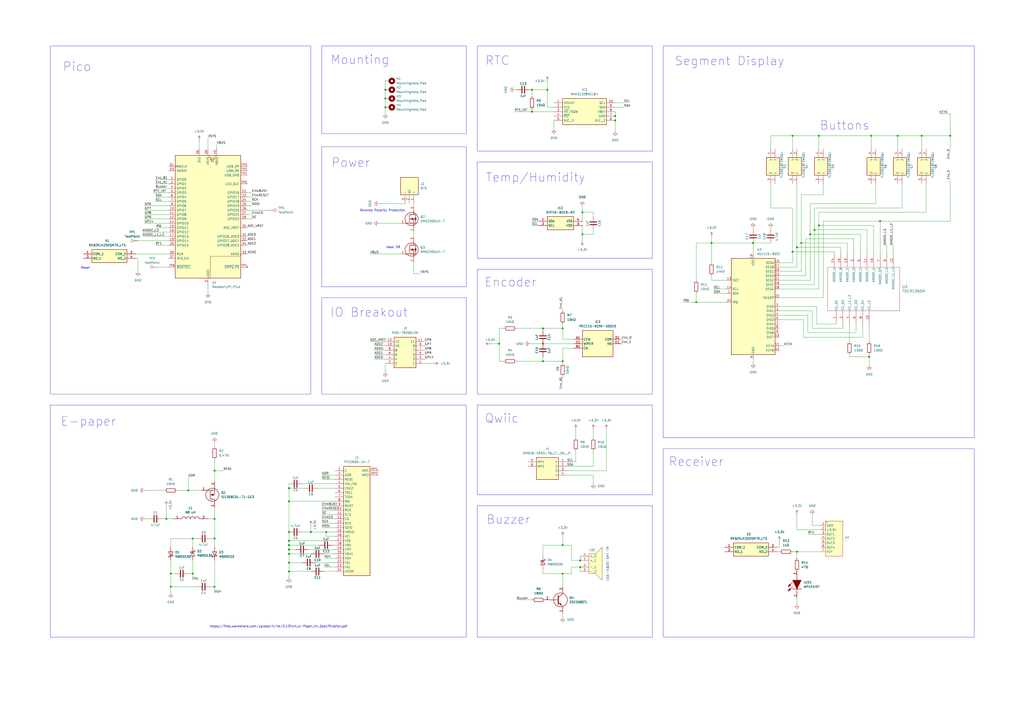
<source format=kicad_sch>
(kicad_sch (version 20231120) (generator "eeschema") (generator_version "8.0")
  (paper "A2")
  (junction (at 464.82 140.97))
  (junction (at 167.64 321.31))
  (junction (at 474.98 78.74))
  (junction (at 314.96 199.39))
  (junction (at 223.52 62.23))
  (junction (at 289.56 199.39))
  (junction (at 472.44 133.35))
  (junction (at 167.64 283.21))
  (junction (at 337.82 135.89))
  (junction (at 124.46 312.42))
  (junction (at 462.28 143.51))
  (junction (at 180.34 308.61))
  (junction (at 314.96 190.5))
  (junction (at 167.64 318.77))
  (junction (at 99.06 340.36))
  (junction (at 111.76 312.42))
  (junction (at 462.28 320.04))
  (junction (at 356.87 67.31))
  (junction (at 326.39 209.55))
  (junction (at 403.86 175.26))
  (junction (at 534.67 78.74))
  (junction (at 99.06 332.74))
  (junction (at 109.22 284.48))
  (junction (at 167.64 308.61))
  (junction (at 167.64 331.47))
  (junction (at 223.52 57.15))
  (junction (at 167.64 313.69))
  (junction (at 336.55 328.93))
  (junction (at 469.9 135.89))
  (junction (at 317.5 52.07))
  (junction (at 326.39 190.5))
  (junction (at 337.82 123.19))
  (junction (at 336.55 325.12))
  (junction (at 551.18 78.74))
  (junction (at 474.98 130.81))
  (junction (at 314.96 209.55))
  (junction (at 510.54 128.27))
  (junction (at 223.52 52.07))
  (junction (at 167.64 290.83))
  (junction (at 504.19 207.01))
  (junction (at 459.74 146.05))
  (junction (at 189.23 308.61))
  (junction (at 124.46 300.99))
  (junction (at 167.64 326.39))
  (junction (at 459.74 78.74))
  (junction (at 326.39 316.23))
  (junction (at 326.39 332.74))
  (junction (at 308.61 52.07))
  (junction (at 412.75 140.97))
  (junction (at 308.61 64.77))
  (junction (at 356.87 69.85))
  (junction (at 505.46 78.74))
  (junction (at 167.64 316.23))
  (junction (at 124.46 340.36))
  (junction (at 436.88 140.97))
  (junction (at 111.76 332.74))
  (junction (at 124.46 273.05))
  (junction (at 96.52 300.99))
  (junction (at 520.7 78.74))
  (wire (pts (xy 317.5 46.99) (xy 317.5 52.07)))
  (wire (pts (xy 471.17 304.8) (xy 476.25 304.8)))
  (wire (pts (xy 90.17 109.22) (xy 97.79 109.22)))
  (wire (pts (xy 496.57 193.04) (xy 496.57 187.96)))
  (wire (pts (xy 314.96 316.23) (xy 326.39 316.23)))
  (wire (pts (xy 83.82 121.92) (xy 97.79 121.92)))
  (wire (pts (xy 167.64 290.83) (xy 167.64 308.61)))
  (wire (pts (xy 317.5 52.07) (xy 317.5 62.23)))
  (wire (pts (xy 344.17 125.73) (xy 344.17 123.19)))
  (wire (pts (xy 492.76 207.01) (xy 492.76 205.74)))
  (wire (pts (xy 124.46 312.42) (xy 121.92 312.42)))
  (wire (pts (xy 175.26 308.61) (xy 180.34 308.61)))
  (wire (pts (xy 289.56 190.5) (xy 292.1 190.5)))
  (wire (pts (xy 508 106.68) (xy 508 118.11)))
  (wire (pts (xy 447.04 78.74) (xy 459.74 78.74)))
  (wire (pts (xy 452.12 182.88) (xy 468.63 182.88)))
  (wire (pts (xy 473.71 187.96) (xy 485.14 187.96)))
  (wire (pts (xy 436.88 133.35) (xy 436.88 132.08)))
  (wire (pts (xy 474.98 78.74) (xy 505.46 78.74)))
  (wire (pts (xy 187.96 328.93) (xy 194.31 328.93)))
  (wire (pts (xy 534.67 78.74) (xy 551.18 78.74)))
  (wire (pts (xy 186.69 295.91) (xy 194.31 295.91)))
  (wire (pts (xy 491.49 140.97) (xy 491.49 147.32)))
  (wire (pts (xy 337.82 123.19) (xy 344.17 123.19)))
  (wire (pts (xy 167.64 321.31) (xy 167.64 326.39)))
  (wire (pts (xy 194.31 308.61) (xy 189.23 308.61)))
  (wire (pts (xy 82.55 137.16) (xy 97.79 137.16)))
  (wire (pts (xy 452.12 157.48) (xy 464.82 157.48)))
  (wire (pts (xy 217.17 205.74) (xy 223.52 205.74)))
  (wire (pts (xy 523.24 120.65) (xy 472.44 120.65)))
  (wire (pts (xy 477.52 128.27) (xy 510.54 128.27)))
  (wire (pts (xy 462.28 346.71) (xy 462.28 350.52)))
  (wire (pts (xy 83.82 119.38) (xy 97.79 119.38)))
  (wire (pts (xy 326.39 340.36) (xy 326.39 332.74)))
  (wire (pts (xy 176.53 283.21) (xy 167.64 283.21)))
  (wire (pts (xy 537.21 123.19) (xy 474.98 123.19)))
  (wire (pts (xy 121.92 340.36) (xy 124.46 340.36)))
  (wire (pts (xy 452.12 154.94) (xy 462.28 154.94)))
  (wire (pts (xy 462.28 106.68) (xy 462.28 143.51)))
  (wire (pts (xy 124.46 300.99) (xy 124.46 312.42)))
  (wire (pts (xy 551.18 66.04) (xy 551.18 78.74)))
  (wire (pts (xy 471.17 190.5) (xy 488.95 190.5)))
  (wire (pts (xy 520.7 78.74) (xy 534.67 78.74)))
  (wire (pts (xy 109.22 284.48) (xy 116.84 284.48)))
  (wire (pts (xy 403.86 175.26) (xy 421.64 175.26)))
  (wire (pts (xy 86.36 300.99) (xy 83.82 300.99)))
  (wire (pts (xy 314.96 190.5) (xy 326.39 190.5)))
  (wire (pts (xy 97.79 111.76) (xy 88.9 111.76)))
  (wire (pts (xy 492.76 207.01) (xy 504.19 207.01)))
  (wire (pts (xy 82.55 134.62) (xy 97.79 134.62)))
  (wire (pts (xy 167.64 313.69) (xy 167.64 316.23)))
  (wire (pts (xy 412.75 162.56) (xy 412.75 160.02)))
  (wire (pts (xy 180.34 321.31) (xy 167.64 321.31)))
  (wire (pts (xy 184.15 283.21) (xy 194.31 283.21)))
  (wire (pts (xy 111.76 325.12) (xy 111.76 332.74)))
  (wire (pts (xy 186.69 293.37) (xy 194.31 293.37)))
  (wire (pts (xy 534.67 78.74) (xy 534.67 86.36)))
  (wire (pts (xy 125.73 83.82) (xy 125.73 86.36)))
  (wire (pts (xy 243.84 158.75) (xy 240.03 158.75)))
  (wire (pts (xy 167.64 280.67) (xy 167.64 283.21)))
  (wire (pts (xy 414.02 170.18) (xy 421.64 170.18)))
  (wire (pts (xy 193.04 316.23) (xy 194.31 316.23)))
  (wire (pts (xy 78.74 147.32) (xy 97.79 147.32)))
  (wire (pts (xy 185.42 316.23) (xy 167.64 316.23)))
  (wire (pts (xy 473.71 177.8) (xy 473.71 187.96)))
  (wire (pts (xy 336.55 322.58) (xy 336.55 325.12)))
  (wire (pts (xy 474.98 86.36) (xy 474.98 78.74)))
  (wire (pts (xy 328.93 273.05) (xy 351.79 273.05)))
  (wire (pts (xy 124.46 256.54) (xy 124.46 259.08)))
  (wire (pts (xy 452.12 172.72) (xy 477.52 172.72)))
  (wire (pts (xy 510.54 128.27) (xy 551.18 128.27)))
  (wire (pts (xy 326.39 219.71) (xy 326.39 218.44)))
  (wire (pts (xy 450.85 320.04) (xy 452.12 320.04)))
  (wire (pts (xy 83.82 129.54) (xy 97.79 129.54)))
  (wire (pts (xy 189.23 308.61) (xy 189.23 311.15)))
  (wire (pts (xy 240.03 158.75) (xy 240.03 152.4)))
  (wire (pts (xy 109.22 276.86) (xy 109.22 284.48)))
  (wire (pts (xy 114.3 340.36) (xy 99.06 340.36)))
  (wire (pts (xy 326.39 311.15) (xy 326.39 316.23)))
  (wire (pts (xy 452.12 200.66) (xy 454.66 200.66)))
  (wire (pts (xy 217.17 203.2) (xy 223.52 203.2)))
  (wire (pts (xy 223.52 52.07) (xy 223.52 57.15)))
  (wire (pts (xy 328.93 270.51) (xy 344.17 270.51)))
  (wire (pts (xy 468.63 193.04) (xy 496.57 193.04)))
  (wire (pts (xy 356.87 67.31) (xy 356.87 69.85)))
  (wire (pts (xy 331.47 325.12) (xy 336.55 325.12)))
  (wire (pts (xy 167.64 331.47) (xy 180.34 331.47)))
  (wire (pts (xy 90.17 142.24) (xy 97.79 142.24)))
  (wire (pts (xy 194.31 326.39) (xy 182.88 326.39)))
  (wire (pts (xy 477.52 113.03) (xy 464.82 113.03)))
  (wire (pts (xy 308.61 63.5) (xy 308.61 64.77)))
  (wire (pts (xy 194.31 313.69) (xy 167.64 313.69)))
  (wire (pts (xy 91.44 154.94) (xy 97.79 154.94)))
  (wire (pts (xy 314.96 207.01) (xy 314.96 209.55)))
  (wire (pts (xy 510.54 128.27) (xy 510.54 147.32)))
  (wire (pts (xy 317.5 62.23) (xy 321.31 62.23)))
  (wire (pts (xy 187.96 323.85) (xy 194.31 323.85)))
  (wire (pts (xy 186.69 303.53) (xy 194.31 303.53)))
  (wire (pts (xy 307.34 199.39) (xy 314.96 199.39)))
  (wire (pts (xy 298.45 64.77) (xy 308.61 64.77)))
  (wire (pts (xy 180.34 304.8) (xy 180.34 308.61)))
  (wire (pts (xy 504.19 207.01) (xy 504.19 205.74)))
  (wire (pts (xy 468.63 182.88) (xy 468.63 193.04)))
  (wire (pts (xy 167.64 326.39) (xy 167.64 331.47)))
  (wire (pts (xy 99.06 332.74) (xy 99.06 340.36)))
  (wire (pts (xy 551.18 104.14) (xy 551.18 128.27)))
  (wire (pts (xy 299.72 209.55) (xy 314.96 209.55)))
  (wire (pts (xy 462.28 320.04) (xy 476.25 320.04)))
  (wire (pts (xy 80.01 149.86) (xy 80.01 157.48)))
  (wire (pts (xy 289.56 199.39) (xy 289.56 209.55)))
  (wire (pts (xy 504.19 212.09) (xy 504.19 207.01)))
  (wire (pts (xy 412.75 140.97) (xy 412.75 152.4)))
  (wire (pts (xy 90.17 132.08) (xy 97.79 132.08)))
  (wire (pts (xy 326.39 332.74) (xy 331.47 332.74)))
  (wire (pts (xy 467.36 138.43) (xy 495.3 138.43)))
  (wire (pts (xy 462.28 298.45) (xy 462.28 307.34)))
  (wire (pts (xy 487.68 143.51) (xy 487.68 147.32)))
  (wire (pts (xy 520.7 78.74) (xy 520.7 86.36)))
  (wire (pts (xy 99.06 312.42) (xy 111.76 312.42)))
  (wire (pts (xy 334.01 248.92) (xy 334.01 254)))
  (wire (pts (xy 124.46 317.5) (xy 124.46 312.42)))
  (wire (pts (xy 80.01 139.7) (xy 97.79 139.7)))
  (wire (pts (xy 471.17 180.34) (xy 471.17 190.5)))
  (wire (pts (xy 452.12 185.42) (xy 466.09 185.42)))
  (wire (pts (xy 299.72 347.98) (xy 308.61 347.98)))
  (wire (pts (xy 344.17 248.92) (xy 344.17 254)))
  (wire (pts (xy 167.64 335.28) (xy 167.64 331.47)))
  (wire (pts (xy 396.24 175.26) (xy 403.86 175.26)))
  (wire (pts (xy 143.51 111.76) (xy 146.05 111.76)))
  (wire (pts (xy 476.25 307.34) (xy 462.28 307.34)))
  (wire (pts (xy 90.17 114.3) (xy 97.79 114.3)))
  (wire (pts (xy 314.96 330.2) (xy 314.96 332.74)))
  (wire (pts (xy 469.9 118.11) (xy 469.9 135.89)))
  (wire (pts (xy 344.17 261.62) (xy 344.17 270.51)))
  (wire (pts (xy 337.82 123.19) (xy 337.82 119.38)))
  (wire (pts (xy 356.87 69.85) (xy 356.87 76.2)))
  (wire (pts (xy 500.38 187.96) (xy 500.38 195.58)))
  (wire (pts (xy 124.46 340.36) (xy 124.46 344.17)))
  (wire (pts (xy 223.52 62.23) (xy 223.52 66.04)))
  (wire (pts (xy 504.19 187.96) (xy 504.19 198.12)))
  (wire (pts (xy 412.75 140.97) (xy 436.88 140.97)))
  (wire (pts (xy 246.38 210.82) (xy 251.46 210.82)))
  (wire (pts (xy 186.69 300.99) (xy 194.31 300.99)))
  (wire (pts (xy 452.12 160.02) (xy 467.36 160.02)))
  (wire (pts (xy 474.98 123.19) (xy 474.98 130.81)))
  (wire (pts (xy 223.52 210.82) (xy 223.52 215.9)))
  (wire (pts (xy 403.86 140.97) (xy 412.75 140.97)))
  (wire (pts (xy 180.34 308.61) (xy 189.23 308.61)))
  (wire (pts (xy 167.64 290.83) (xy 194.31 290.83)))
  (wire (pts (xy 344.17 133.35) (xy 344.17 135.89)))
  (wire (pts (xy 326.39 316.23) (xy 331.47 316.23)))
  (wire (pts (xy 447.04 106.68) (xy 447.04 120.65)))
  (wire (pts (xy 403.86 162.56) (xy 403.86 140.97)))
  (wire (pts (xy 124.46 325.12) (xy 124.46 340.36)))
  (wire (pts (xy 436.88 208.28) (xy 436.88 210.82)))
  (wire (pts (xy 462.28 154.94) (xy 462.28 143.51)))
  (wire (pts (xy 436.88 140.97) (xy 436.88 147.32)))
  (wire (pts (xy 459.74 86.36) (xy 459.74 78.74)))
  (wire (pts (xy 336.55 328.93) (xy 336.55 331.47)))
  (wire (pts (xy 468.63 309.88) (xy 476.25 309.88)))
  (wire (pts (xy 308.61 52.07) (xy 308.61 55.88)))
  (wire (pts (xy 474.98 78.74) (xy 459.74 78.74)))
  (wire (pts (xy 115.57 81.28) (xy 115.57 86.36)))
  (wire (pts (xy 472.44 165.1) (xy 472.44 133.35)))
  (wire (pts (xy 351.79 273.05) (xy 351.79 248.92)))
  (wire (pts (xy 551.18 86.36) (xy 551.18 78.74)))
  (wire (pts (xy 477.52 172.72) (xy 477.52 128.27)))
  (wire (pts (xy 143.51 124.46) (xy 146.05 124.46)))
  (wire (pts (xy 223.52 46.99) (xy 223.52 52.07)))
  (wire (pts (xy 495.3 138.43) (xy 495.3 147.32)))
  (wire (pts (xy 452.12 167.64) (xy 474.98 167.64)))
  (wire (pts (xy 500.38 195.58) (xy 466.09 195.58)))
  (wire (pts (xy 337.82 139.7) (xy 337.82 135.89)))
  (wire (pts (xy 518.16 142.24) (xy 518.16 147.32)))
  (wire (pts (xy 111.76 312.42) (xy 111.76 317.5)))
  (wire (pts (xy 307.34 52.07) (xy 308.61 52.07)))
  (wire (pts (xy 120.65 165.1) (xy 120.65 170.18)))
  (wire (pts (xy 90.17 106.68) (xy 97.79 106.68)))
  (wire (pts (xy 477.52 106.68) (xy 477.52 113.03)))
  (wire (pts (xy 308.61 128.27) (xy 312.42 128.27)))
  (wire (pts (xy 99.06 332.74) (xy 101.6 332.74)))
  (wire (pts (xy 109.22 332.74) (xy 111.76 332.74)))
  (wire (pts (xy 143.51 121.92) (xy 156.21 121.92)))
  (wire (pts (xy 508 118.11) (xy 469.9 118.11)))
  (wire (pts (xy 111.76 312.42) (xy 114.3 312.42)))
  (wire (pts (xy 331.47 316.23) (xy 331.47 325.12)))
  (wire (pts (xy 80.01 149.86) (xy 78.74 149.86)))
  (wire (pts (xy 523.24 106.68) (xy 523.24 120.65)))
  (wire (pts (xy 344.17 280.67) (xy 344.17 275.59)) (stroke (width 0.1524)))
  (wire (pts (xy 83.82 127) (xy 97.79 127)))
  (wire (pts (xy 472.44 120.65) (xy 472.44 133.35)))
  (wire (pts (xy 499.11 135.89) (xy 499.11 147.32)))
  (wire (pts (xy 187.96 321.31) (xy 194.31 321.31)))
  (wire (pts (xy 99.06 325.12) (xy 99.06 332.74)))
  (wire (pts (xy 124.46 273.05) (xy 129.54 273.05)))
  (wire (pts (xy 143.51 116.84) (xy 146.05 116.84)))
  (wire (pts (xy 308.61 64.77) (xy 321.31 64.77)))
  (wire (pts (xy 102.87 284.48) (xy 109.22 284.48)))
  (wire (pts (xy 464.82 157.48) (xy 464.82 140.97)))
  (wire (pts (xy 403.86 170.18) (xy 403.86 175.26)))
  (wire (pts (xy 175.26 280.67) (xy 194.31 280.67)))
  (wire (pts (xy 326.39 355.6) (xy 326.39 358.14)))
  (wire (pts (xy 474.98 130.81) (xy 506.73 130.81)))
  (wire (pts (xy 447.04 120.65) (xy 459.74 120.65)))
  (wire (pts (xy 289.56 199.39) (xy 289.56 190.5)))
  (wire (pts (xy 467.36 160.02) (xy 467.36 138.43)))
  (wire (pts (xy 189.23 311.15) (xy 194.31 311.15)))
  (wire (pts (xy 299.72 190.5) (xy 314.96 190.5)))
  (wire (pts (xy 334.01 267.97) (xy 328.93 267.97)))
  (wire (pts (xy 462.28 320.04) (xy 462.28 323.85)))
  (wire (pts (xy 314.96 209.55) (xy 326.39 209.55)))
  (wire (pts (xy 452.12 152.4) (xy 459.74 152.4)))
  (wire (pts (xy 167.64 326.39) (xy 175.26 326.39)))
  (wire (pts (xy 421.64 162.56) (xy 412.75 162.56)))
  (wire (pts (xy 314.96 190.5) (xy 314.96 191.77)))
  (wire (pts (xy 337.82 123.19) (xy 337.82 128.27)))
  (wire (pts (xy 459.74 146.05) (xy 483.87 146.05)))
  (wire (pts (xy 326.39 190.5) (xy 326.39 196.85)))
  (wire (pts (xy 299.72 52.07) (xy 298.45 52.07)))
  (wire (pts (xy 219.71 118.11) (xy 234.95 118.11)))
  (wire (pts (xy 326.39 196.85) (xy 332.74 196.85)))
  (wire (pts (xy 537.21 106.68) (xy 537.21 123.19)))
  (wire (pts (xy 505.46 86.36) (xy 505.46 78.74)))
  (wire (pts (xy 124.46 266.7) (xy 124.46 273.05)))
  (wire (pts (xy 124.46 294.64) (xy 124.46 300.99)))
  (wire (pts (xy 452.12 313.69) (xy 452.12 317.5)))
  (wire (pts (xy 337.82 130.81) (xy 337.82 135.89)))
  (wire (pts (xy 466.09 185.42) (xy 466.09 195.58)))
  (wire (pts (xy 93.98 300.99) (xy 96.52 300.99)))
  (wire (pts (xy 214.63 198.12) (xy 223.52 198.12)))
  (wire (pts (xy 464.82 140.97) (xy 491.49 140.97)))
  (wire (pts (xy 120.65 80.01) (xy 120.65 86.36)))
  (wire (pts (xy 308.61 52.07) (xy 317.5 52.07)))
  (wire (pts (xy 414.02 167.64) (xy 421.64 167.64)))
  (wire (pts (xy 464.82 113.03) (xy 464.82 140.97)))
  (wire (pts (xy 488.95 190.5) (xy 488.95 187.96)))
  (wire (pts (xy 214.63 147.32) (xy 232.41 147.32)))
  (wire (pts (xy 143.51 119.38) (xy 146.05 119.38)))
  (wire (pts (xy 167.64 308.61) (xy 167.64 313.69)))
  (wire (pts (xy 96.52 293.37) (xy 96.52 300.99)))
  (wire (pts (xy 83.82 124.46) (xy 97.79 124.46)))
  (wire (pts (xy 143.51 114.3) (xy 146.05 114.3)))
  (wire (pts (xy 326.39 210.82) (xy 326.39 209.55)))
  (wire (pts (xy 99.06 340.36) (xy 99.06 344.17)))
  (wire (pts (xy 337.82 135.89) (xy 344.17 135.89)))
  (wire (pts (xy 240.03 134.62) (xy 240.03 137.16)))
  (wire (pts (xy 90.17 104.14) (xy 97.79 104.14)))
  (wire (pts (xy 462.28 143.51) (xy 487.68 143.51)))
  (wire (pts (xy 514.35 142.24) (xy 514.35 147.32)))
  (wire (pts (xy 284.48 199.39) (xy 289.56 199.39)))
  (wire (pts (xy 483.87 146.05) (xy 483.87 147.32)))
  (wire (pts (xy 551.18 66.04) (xy 544.83 66.04)))
  (wire (pts (xy 194.31 331.47) (xy 187.96 331.47)))
  (wire (pts (xy 326.39 201.93) (xy 332.74 201.93)))
  (wire (pts (xy 321.31 69.85) (xy 321.31 74.93)))
  (wire (pts (xy 167.64 316.23) (xy 167.64 318.77)))
  (wire (pts (xy 314.96 322.58) (xy 314.96 316.23)))
  (wire (pts (xy 179.07 318.77) (xy 194.31 318.77)))
  (wire (pts (xy 506.73 130.81) (xy 506.73 147.32)))
  (wire (pts (xy 447.04 132.08) (xy 447.04 133.35)))
  (wire (pts (xy 90.17 116.84) (xy 97.79 116.84)))
  (wire (pts (xy 459.74 120.65) (xy 459.74 146.05)))
  (wire (pts (xy 99.06 317.5) (xy 99.06 312.42)))
  (wire (pts (xy 412.75 137.16) (xy 412.75 140.97)))
  (wire (pts (xy 240.03 118.11) (xy 240.03 119.38)))
  (wire (pts (xy 492.76 187.96) (xy 492.76 198.12)))
  (wire (pts (xy 326.39 187.96) (xy 326.39 190.5)))
  (wire (pts (xy 505.46 78.74) (xy 520.7 78.74)))
  (wire (pts (xy 326.39 179.07) (xy 326.39 180.34)))
  (wire (pts (xy 331.47 332.74) (xy 331.47 328.93)))
  (wire (pts (xy 186.69 298.45) (xy 194.31 298.45)))
  (wire (pts (xy 459.74 320.04) (xy 462.28 320.04)))
  (wire (pts (xy 219.71 129.54) (xy 232.41 129.54)))
  (wire (pts (xy 96.52 300.99) (xy 100.33 300.99)))
  (wire (pts (xy 452.12 165.1) (xy 472.44 165.1)))
  (wire (pts (xy 308.61 130.81) (xy 312.42 130.81)))
  (wire (pts (xy 111.76 332.74) (xy 111.76 336.55)))
  (wire (pts (xy 326.39 201.93) (xy 326.39 209.55)))
  (wire (pts (xy 469.9 135.89) (xy 469.9 162.56)))
  (wire (pts (xy 452.12 177.8) (xy 473.71 177.8)))
  (wire (pts (xy 314.96 332.74) (xy 326.39 332.74)))
  (wire (pts (xy 452.12 180.34) (xy 471.17 180.34)))
  (wire (pts (xy 331.47 328.93) (xy 336.55 328.93)))
  (wire (pts (xy 186.69 306.07) (xy 194.31 306.07)))
  (wire (pts (xy 334.01 261.62) (xy 334.01 267.97)))
  (wire (pts (xy 223.52 57.15) (xy 223.52 62.23)))
  (wire (pts (xy 469.9 135.89) (xy 499.11 135.89)))
  (wire (pts (xy 471.17 298.45) (xy 471.17 304.8)))
  (wire (pts (xy 472.44 133.35) (xy 502.92 133.35)))
  (wire (pts (xy 356.87 64.77) (xy 356.87 67.31)))
  (wire (pts (xy 436.88 140.97) (xy 447.04 140.97)))
  (wire (pts (xy 83.82 284.48) (xy 95.25 284.48)))
  (wire (pts (xy 452.12 162.56) (xy 469.9 162.56)))
  (wire (pts (xy 186.69 275.59) (xy 194.31 275.59)))
  (wire (pts (xy 502.92 133.35) (xy 502.92 147.32)))
  (wire (pts (xy 217.17 208.28) (xy 223.52 208.28)))
  (wire (pts (xy 452.12 317.5) (xy 450.85 317.5)))
  (wire (pts (xy 167.64 283.21) (xy 167.64 290.83)))
  (wire (pts (xy 447.04 86.36) (xy 447.04 78.74)))
  (wire (pts (xy 344.17 275.59) (xy 328.93 275.59)) (stroke (width 0.1524)))
  (wire (pts (xy 356.87 62.23) (xy 361.95 62.23)))
  (wire (pts (xy 314.96 199.39) (xy 332.74 199.39)))
  (wire (pts (xy 143.51 127) (xy 146.05 127)))
  (wire (pts (xy 292.1 209.55) (xy 289.56 209.55)))
  (wire (pts (xy 124.46 273.05) (xy 124.46 279.4)))
  (wire (pts (xy 167.64 318.77) (xy 167.64 321.31)))
  (wire (pts (xy 167.64 318.77) (xy 171.45 318.77)))
  (wire (pts (xy 186.69 278.13) (xy 194.31 278.13)))
  (wire (pts (xy 356.87 59.69) (xy 361.95 59.69)))
  (wire (pts (xy 474.98 167.64) (xy 474.98 130.81)))
  (wire (pts (xy 120.65 300.99) (xy 124.46 300.99)))
  (wire (pts (xy 459.74 152.4) (xy 459.74 146.05)))
  (wire (pts (xy 217.17 200.66) (xy 223.52 200.66)))
  (rectangle (start 186.69 172.72) (end 270.51 228.6))
  (rectangle (start 186.69 26.67) (end 270.51 77.47))
  (rectangle (start 276.86 26.67) (end 378.46 87.63))
  (rectangle (start 29.21 234.95) (end 270.51 369.57))
  (rectangle (start 29.21 26.67) (end 180.34 228.6))
  (rectangle (start 276.86 293.37) (end 378.46 369.57))
  (rectangle (start 276.86 234.95) (end 378.46 287.02))
  (rectangle (start 276.86 93.98) (end 378.46 149.86))
  (rectangle (start 384.81 26.67) (end 565.15 254))
  (rectangle (start 384.81 260.35) (end 565.15 369.57))
  (rectangle (start 276.86 156.21) (end 378.46 228.6))
  (rectangle (start 186.69 85.09) (end 270.51 166.37))
  (text "Receiver\n" (at 403.86 267.97 0) (effects (font (size 5.08 5.08))))
  (text "IO Breakout" (at 214.122 181.356 0) (effects (font (size 5.08 5.08))))
  (text "Power" (at 203.454 94.488 0) (effects (font (size 5.08 5.08))))
  (text "https://files.waveshare.com/upload/4/4e/2.13inch_e-Paper_V4_Specification.pdf" (at 161.544 363.474 0) (effects (font (size 1.27 1.27))))
  (text "Mounting" (at 208.788 34.798 0) (effects (font (size 5.08 5.08))))
  (text "Ideal OR" (at 228.092 143.51 0) (effects (font (size 1.27 1.27))))
  (text "Buttons" (at 489.966 72.898 0) (effects (font (size 5.08 5.08))))
  (text "RTC" (at 288.544 35.306 0) (effects (font (size 5.08 5.08))))
  (text "Segment Display" (at 423.164 35.56 0) (effects (font (size 5.08 5.08))))
  (text "Buzzer" (at 294.894 301.498 0) (effects (font (size 5.08 5.08))))
  (text "Encoder" (at 296.164 163.83 0) (effects (font (size 5.08 5.08))))
  (text "Temp/Humidity" (at 310.642 103.124 0) (effects (font (size 5.08 5.08))))
  (text "Qwiic" (at 291.084 242.824 0) (effects (font (size 5.08 5.08))))
  (text "E-paper" (at 51.308 244.602 0) (effects (font (size 5.08 5.08))))
  (text "Pico" (at 44.704 38.862 0) (effects (font (size 5.08 5.08))))
  (text "Reset" (at 49.53 155.448 0) (effects (font (size 1.27 1.27))))
  (text "Reverse Polarity Protection" (at 221.996 122.174 0) (effects (font (size 1.27 1.27))))
  (label "ADC2" (at 143.51 142.24 0))
  (label "Enc_B1" (at 90.17 104.14 0))
  (label "IRQ" (at 90.17 132.08 0))
  (label "ADC2" (at 217.17 200.66 0))
  (label "SDA" (at 361.95 62.23 0) (effects (font (size 1.2446 1.2446))))
  (label "SCL" (at 361.95 59.69 0) (effects (font (size 1.2446 1.2446))))
  (label "EinkCS" (at 186.69 300.99 0))
  (label "VSYS" (at 120.65 80.01 0))
  (label "VSYS" (at 243.84 158.75 0))
  (label "ANODE_L1_L2" (at 518.16 142.24 90))
  (label "SDA" (at 328.93 270.51 0) (effects (font (size 1.2446 1.2446))))
  (label "Enc_A1" (at 326.39 179.07 90))
  (label "Enc_A1" (at 90.17 106.68 0))
  (label "SCK" (at 146.05 116.84 0))
  (label "KEYA" (at 544.83 66.04 0))
  (label "ADC1" (at 217.17 205.74 0))
  (label "ADC0" (at 217.17 208.28 0))
  (label "VBUS" (at 125.73 83.82 0))
  (label "ADC0" (at 143.51 137.16 0))
  (label "GP7" (at 246.38 200.66 0))
  (label "Enc_E" (at 360.68 199.39 0))
  (label "SCL" (at 90.17 116.84 0) (effects (font (size 1.2446 1.2446))))
  (label "Enc_D" (at 360.68 196.85 0))
  (label "RESE" (at 186.69 278.13 0))
  (label "SDA" (at 308.61 128.27 0) (effects (font (size 1.2446 1.2446))))
  (label "RF1" (at 90.17 142.24 0))
  (label "GP14" (at 246.38 208.28 0))
  (label "ANODE_L3" (at 82.55 134.62 0))
  (label "RTC_INT" (at 88.9 111.76 0))
  (label "GP14" (at 83.82 129.54 0))
  (label "DC" (at 186.69 298.45 0))
  (label "Enc_D" (at 551.18 86.36 270))
  (label "VGH" (at 187.96 323.85 0))
  (label "RTC_INT" (at 298.45 64.77 0))
  (label "EinkRESET" (at 186.69 295.91 0))
  (label "Enc_B1" (at 326.39 218.44 270))
  (label "RF1" (at 468.63 309.88 0))
  (label "AGND" (at 217.17 203.2 0))
  (label "SDA" (at 414.02 170.18 0) (effects (font (size 1.2446 1.2446))))
  (label "EinkBUSY" (at 186.69 293.37 0))
  (label "GP6" (at 83.82 119.38 0))
  (label "EinkCS" (at 146.05 124.46 0))
  (label "SCL" (at 328.93 267.97 0) (effects (font (size 1.2446 1.2446))))
  (label "ADC_VREF" (at 143.51 132.08 0))
  (label "GP6" (at 246.38 198.12 0))
  (label "Buzzer" (at 299.72 347.98 0))
  (label "GP7" (at 83.82 121.92 0))
  (label "DC" (at 146.05 127 0))
  (label "VGL" (at 187.96 328.93 0))
  (label "SDA" (at 90.17 114.3 0) (effects (font (size 1.2446 1.2446))))
  (label "IRQ" (at 396.24 175.26 0))
  (label "KEYA" (at 454.66 200.66 0))
  (label "GP9" (at 246.38 205.74 0))
  (label "GP9" (at 83.82 127 0))
  (label "Buzzer" (at 90.17 109.22 0))
  (label "SCL" (at 308.61 130.81 0) (effects (font (size 1.2446 1.2446))))
  (label "GDR" (at 109.22 276.86 0))
  (label "AGND" (at 143.51 147.32 0))
  (label "GDR" (at 186.69 275.59 0))
  (label "EinkRESET" (at 146.05 114.3 0))
  (label "MOSI" (at 146.05 119.38 0))
  (label "GP8" (at 246.38 203.2 0))
  (label "VGL" (at 111.76 336.55 0))
  (label "ANODE_L3" (at 514.35 142.24 90))
  (label "MOSI" (at 186.69 306.07 0))
  (label "RESE" (at 129.54 273.05 0))
  (label "VBUS" (at 214.63 147.32 0))
  (label "ADC1" (at 143.51 139.7 0))
  (label "SCL" (at 414.02 167.64 0) (effects (font (size 1.2446 1.2446))))
  (label "ADC_VREF" (at 214.63 198.12 0))
  (label "GP8" (at 83.82 124.46 0))
  (label "SCK" (at 186.69 303.53 0))
  (label "Enc_E" (at 551.18 104.14 90))
  (label "EinkBUSY" (at 146.05 111.76 0))
  (label "VGH" (at 124.46 344.17 0))
  (label "ANODE_L1_L2" (at 82.55 137.16 0))
  (symbol (lib_id "SamacSys_Parts:SHT40-BD1B-R2") (at 312.42 128.27 0) (unit 1)
    (property "Reference" "IC1" (at 325.12 120.65 0))
    (property "Value" "SHT40-BD1B-R2" (at 325.12 123.19 0))
    (property "Footprint" "SamacSys_Parts:SHT40BD1BR2" (effects (hide yes)))
    (property "Datasheet" "https://sensirion.com/media/documents/33FD6951/63E1087C/Datasheet_SHT4x_1.pdf" (effects (hide yes)))
    (property "Description" "SENSIRION - SHT40-BD1B-R2 - Humidity and Temperature Sensor, Digital, 0% to 100% RH, I2C, DFN-EP-4, -40C to 125C" (effects (hide yes)))
    (property "Height" "0.59" (effects (hide yes)))
    (property "Mouser Part Number" "403-SHT40-BD1B-R2" (effects (hide yes)))
    (property "Mouser Price/Stock" "https://www.mouser.co.uk/ProductDetail/Sensirion/SHT40-BD1B-R2?qs=ulEaXIWI0c%252BjgdkzNQkrGw%3D%3D" (effects (hide yes)))
    (property "Manufacturer_Name" "Sensirion" (effects (hide yes)))
    (property "Manufacturer_Part_Number" "SHT40-BD1B-R2" (effects (hide yes)))
    (property "LCSC Part #" "C7461849" (effects (hide yes)))
  )
  (symbol (lib_id "Device:C") (at 314.96 195.58 180) (unit 1)
    (property "Reference" "C14" (at 318.516 195.58 90))
    (property "Value" "1uF" (at 311.404 195.58 90))
    (property "Footprint" "Capacitor_SMD:C_0603_1608Metric" (effects (hide yes)))
    (property "Description" "Unpolarized capacitor" (effects (hide yes)))
    (property "LCSC Part #" "C105524" (effects (hide yes)))
  )
  (symbol (lib_id "Device:C") (at 180.34 283.21 90) (unit 1)
    (property "Reference" "C9" (at 180.34 286.766 90))
    (property "Value" "1uF" (at 180.34 279.654 90))
    (property "Footprint" "Capacitor_SMD:C_0603_1608Metric" (effects (hide yes)))
    (property "Description" "Unpolarized capacitor" (effects (hide yes)))
    (property "LCSC Part #" "C105524" (effects (hide yes)))
  )
  (symbol (lib_id "Device:R") (at 412.75 156.21 0) (unit 1)
    (property "Reference" "R12" (at 415.29 154.9399 0) (effects (justify left)))
    (property "Value" "14kΩ" (at 415.29 157.4799 0) (effects (justify left)))
    (property "Footprint" "Resistor_SMD:R_0603_1608Metric_Pad0.98x0.95mm_HandSolder" (effects (hide yes)))
    (property "Description" "Resistor" (effects (hide yes)))
    (property "LCSC Part #" "C137795" (effects (hide yes)))
  )
  (symbol (lib_id "Diode:MBR0530") (at 314.96 326.39 270) (unit 1)
    (property "Reference" "D4" (at 317.5 324.8024 90) (effects (justify left)))
    (property "Value" "MBR0530" (at 317.5 327.3424 90) (effects (justify left)))
    (property "Footprint" "Diode_SMD:D_SOD-123" (effects (hide yes)))
    (property "Datasheet" "http://www.mccsemi.com/up_pdf/MBR0520~MBR0580(SOD123).pdf" (effects (hide yes)))
    (property "Description" "30V 0.5A Schottky Power Rectifier Diode, SOD-123" (effects (hide yes)))
    (property "LCSC Part #" "C77336" (effects (hide yes)))
  )
  (symbol (lib_id "Device:C") (at 118.11 312.42 270) (unit 1)
    (property "Reference" "C3" (at 118.11 308.864 90))
    (property "Value" "4.7uF" (at 118.11 315.976 90))
    (property "Footprint" "Capacitor_SMD:C_0603_1608Metric" (effects (hide yes)))
    (property "Description" "Unpolarized capacitor" (effects (hide yes)))
    (property "LCSC Part #" "C8032" (effects (hide yes)))
  )
  (symbol (lib_id "Device:C") (at 184.15 331.47 90) (unit 1)
    (property "Reference" "C11" (at 184.15 335.026 90))
    (property "Value" "1uF" (at 184.15 327.914 90))
    (property "Footprint" "Capacitor_SMD:C_0603_1608Metric" (effects (hide yes)))
    (property "Description" "Unpolarized capacitor" (effects (hide yes)))
    (property "LCSC Part #" "C105524" (effects (hide yes)))
  )
  (symbol (lib_id "Device:R") (at 492.76 201.93 180) (unit 1)
    (property "Reference" "R15" (at 495.3 200.6599 0) (effects (justify right)))
    (property "Value" "130Ω" (at 495.3 203.1999 0) (effects (justify right)))
    (property "Footprint" "Resistor_SMD:R_0603_1608Metric_Pad0.98x0.95mm_HandSolder" (effects (hide yes)))
    (property "Description" "Resistor" (effects (hide yes)))
    (property "LCSC Part #" "C22796" (effects (hide yes)))
  )
  (symbol (lib_id "power:+3.3V") (at 326.39 311.15 0) (unit 1)
    (property "Reference" "#PWR021" (effects (hide yes)))
    (property "Value" "+3.3V" (at 326.39 306.07 0))
    (property "Description" "Power symbol creates a global label with name \"+3.3V\"" (effects (hide yes)))
  )
  (symbol (lib_id "power:GND") (at 83.82 284.48 270) (unit 1)
    (property "Reference" "#PWR02" (effects (hide yes)))
    (property "Value" "GND" (at 80.01 284.4799 90) (effects (justify right)))
    (property "Description" "Power symbol creates a global label with name \"GND\" , ground" (effects (hide yes)))
  )
  (symbol (lib_name "DMG2305UX-7_1") (lib_id "SamacSys_Parts:DMG2305UX-7") (at 232.41 147.32 0) (unit 1)
    (property "Reference" "Q3" (at 243.84 143.5099 0) (effects (justify left)))
    (property "Value" "DMG2305UX-7" (at 243.84 146.0499 0) (effects (justify left)))
    (property "Footprint" "SamacSys_Parts:SOT96P240X115-3N" (effects (hide yes)))
    (property "Datasheet" "https://www.diodes.com//assets/Datasheets/DMG2305UX.pdf" (effects (hide yes)))
    (property "Description" "MOSFET P-Ch 20V 5A Enhancement SOT23 Diodes Inc DMG2305UX-7 P-channel MOSFET Transistor, -3.3 A, -20 V, 3-Pin SOT-23" (effects (hide yes)))
    (property "Height" "1.15" (effects (hide yes)))
    (property "Mouser Part Number" "621-DMG2305UX-7" (effects (hide yes)))
    (property "Mouser Price/Stock" "https://www.mouser.co.uk/ProductDetail/Diodes-Incorporated/DMG2305UX-7?qs=L1DZKBg7t5F%2FNBHrjfxC%252Bg%3D%3D" (effects (hide yes)))
    (property "Manufacturer_Name" "Diodes Incorporated" (effects (hide yes)))
    (property "Manufacturer_Part_Number" "DMG2305UX-7" (effects (hide yes)))
    (property "LCSC Part #" "C150470" (effects (hide yes)))
  )
  (symbol (lib_id "power:+3.3V") (at 96.52 293.37 0) (unit 1)
    (property "Reference" "#PWR04" (effects (hide yes)))
    (property "Value" "+3.3V" (at 98.806 293.116 90))
    (property "Description" "Power symbol creates a global label with name \"+3.3V\"" (effects (hide yes)))
  )
  (symbol (lib_id "power:+3.3V") (at 115.57 81.28 0) (unit 1)
    (property "Reference" "#PWR06" (effects (hide yes)))
    (property "Value" "+3.3V" (at 115.57 76.2 0))
    (property "Description" "Power symbol creates a global label with name \"+3.3V\"" (effects (hide yes)))
  )
  (symbol (lib_id "Device:R") (at 124.46 262.89 180) (unit 1)
    (property "Reference" "R2" (at 127 261.6199 0) (effects (justify right)))
    (property "Value" "0.47Ω" (at 127 264.1599 0) (effects (justify right)))
    (property "Footprint" "Resistor_SMD:R_0603_1608Metric_Pad0.98x0.95mm_HandSolder" (effects (hide yes)))
    (property "Description" "Resistor" (effects (hide yes)))
    (property "LCSC Part #" "C23411" (effects (hide yes)))
  )
  (symbol (lib_id "Device:R") (at 312.42 347.98 90) (unit 1)
    (property "Reference" "R6" (at 312.42 341.63 90))
    (property "Value" "180Ω" (at 312.42 344.17 90))
    (property "Footprint" "Resistor_SMD:R_0603_1608Metric_Pad0.98x0.95mm_HandSolder" (effects (hide yes)))
    (property "Description" "Resistor" (effects (hide yes)))
    (property "LCSC Part #" "C100819" (effects (hide yes)))
  )
  (symbol (lib_id "power:GND") (at 223.52 215.9 0) (unit 1)
    (property "Reference" "#PWR014" (effects (hide yes)))
    (property "Value" "GND" (at 223.52 220.98 0))
    (property "Description" "Power symbol creates a global label with name \"GND\" , ground" (effects (hide yes)))
  )
  (symbol (lib_id "power:GND") (at 124.46 256.54 180) (unit 1)
    (property "Reference" "#PWR08" (effects (hide yes)))
    (property "Value" "GND" (at 124.46 251.46 0))
    (property "Description" "Power symbol creates a global label with name \"GND\" , ground" (effects (hide yes)))
  )
  (symbol (lib_id "Mechanical:MountingHole_Pad") (at 226.06 52.07 270) (unit 1) (exclude_from_sim yes) (in_bom no)
    (property "Reference" "H2" (at 229.87 50.7999 90) (effects (justify left)))
    (property "Value" "MountingHole_Pad" (at 229.87 53.3399 90) (effects (justify left)))
    (property "Footprint" "MountingHole:MountingHole_2.7mm_M2.5_DIN965_Pad" (effects (hide yes)))
    (property "Description" "Mounting Hole with connection" (effects (hide yes)))
  )
  (symbol (lib_id "power:GND") (at 120.65 170.18 0) (unit 1)
    (property "Reference" "#PWR07" (effects (hide yes)))
    (property "Value" "GND" (at 120.65 175.26 0))
    (property "Description" "Power symbol creates a global label with name \"GND\" , ground" (effects (hide yes)))
  )
  (symbol (lib_id "Device:R") (at 326.39 184.15 0) (unit 1)
    (property "Reference" "R7" (at 328.93 182.8799 0) (effects (justify left)))
    (property "Value" "10kΩ" (at 328.93 185.4199 0) (effects (justify left)))
    (property "Footprint" "Resistor_SMD:R_0603_1608Metric_Pad0.98x0.95mm_HandSolder" (effects (hide yes)))
    (property "Description" "Resistor" (effects (hide yes)))
    (property "LCSC Part #" "C15401" (effects (hide yes)))
  )
  (symbol (lib_id "Device:R") (at 504.19 201.93 180) (unit 1)
    (property "Reference" "R16" (at 506.73 200.6599 0) (effects (justify right)))
    (property "Value" "130Ω" (at 506.73 203.1999 0) (effects (justify right)))
    (property "Footprint" "Resistor_SMD:R_0603_1608Metric_Pad0.98x0.95mm_HandSolder" (effects (hide yes)))
    (property "Description" "Resistor" (effects (hide yes)))
    (property "LCSC Part #" "C22796" (effects (hide yes)))
  )
  (symbol (lib_id "Mechanical:MountingHole_Pad") (at 226.06 57.15 270) (unit 1) (exclude_from_sim yes) (in_bom no)
    (property "Reference" "H3" (at 229.87 55.8799 90) (effects (justify left)))
    (property "Value" "MountingHole_Pad" (at 229.87 58.4199 90) (effects (justify left)))
    (property "Footprint" "MountingHole:MountingHole_2.7mm_M2.5_DIN965_Pad" (effects (hide yes)))
    (property "Description" "Mounting Hole with connection" (effects (hide yes)))
  )
  (symbol (lib_id "SamacSys_Parts:TL3301BF260QJ") (at 505.46 106.68 90) (unit 1)
    (property "Reference" "S6" (at 513.588 95.25 0) (effects (justify right)))
    (property "Value" "TL3301BF260QJ" (at 511.81 88.138 0) (effects (justify right)))
    (property "Footprint" "TL3301BF260QJ" (effects (hide yes)))
    (property "Datasheet" "https://componentsearchengine.com/Datasheets/1/TL3301BF260QJ.pdf" (effects (hide yes)))
    (property "Description" "TACT, 50mA, 12VDC SPST-NO, Off-(On) Surface Mount" (effects (hide yes)))
    (property "Height" "9.8" (effects (hide yes)))
    (property "Mouser Part Number" "612-TL3301BF260QJ" (effects (hide yes)))
    (property "Mouser Price/Stock" "https://www.mouser.com/Search/Refine.aspx?Keyword=612-TL3301BF260QJ" (effects (hide yes)))
    (property "Manufacturer_Name" "E-Switch" (effects (hide yes)))
    (property "Manufacturer_Part_Number" "TL3301BF260QJ" (effects (hide yes)))
    (property "LCSC Part #" "C2886846" (effects (hide yes)))
  )
  (symbol (lib_id "SamacSys_Parts:PEC11S-929K-S0015") (at 332.74 194.31 0) (unit 1)
    (property "Reference" "IC3" (at 346.71 186.69 0))
    (property "Value" "PEC11S-929K-S0015" (at 346.71 189.23 0))
    (property "Footprint" "PEC11S929KS0015" (effects (hide yes)))
    (property "Datasheet" "https://componentsearchengine.com/Datasheets/1/PEC11S-929K-S0015.pdf" (effects (hide yes)))
    (property "Description" "PEC11S Series - 12 mm SMD Incremental Encoder." (effects (hide yes)))
    (property "Height" "14" (effects (hide yes)))
    (property "Mouser Part Number" "652-PEC11S929K-S0015" (effects (hide yes)))
    (property "Mouser Price/Stock" "https://www.mouser.co.uk/ProductDetail/Bourns/PEC11S-929K-S0015?qs=80T3JVN997A05YR0wgcotA%3D%3D" (effects (hide yes)))
    (property "Manufacturer_Name" "Bourns" (effects (hide yes)))
    (property "Manufacturer_Part_Number" "PEC11S-929K-S0015" (effects (hide yes)))
    (property "LCSC Part #" "C5362681" (effects (hide yes)))
  )
  (symbol (lib_id "power:+3.3V") (at 344.17 248.92 0) (unit 1)
    (property "Reference" "#PWR026" (effects (hide yes)))
    (property "Value" "+3.3V" (at 344.17 243.84 0))
    (property "Description" "Power symbol creates a global label with name \"+3.3V\"" (effects (hide yes)))
  )
  (symbol (lib_id "Device:R") (at 308.61 59.69 0) (unit 1)
    (property "Reference" "R5" (at 311.15 58.4199 0) (effects (justify left)))
    (property "Value" "10kΩ" (at 311.15 60.9599 0) (effects (justify left)))
    (property "Footprint" "Resistor_SMD:R_0603_1608Metric_Pad0.98x0.95mm_HandSolder" (effects (hide yes)))
    (property "Description" "Resistor" (effects (hide yes)))
    (property "LCSC Part #" "C15401" (effects (hide yes)))
  )
  (symbol (lib_id "Interface_Expansion:AS1115-BSST") (at 436.88 177.8 0) (unit 1)
    (property "Reference" "U2" (at 439.0741 144.78 0) (effects (justify left)))
    (property "Value" "AS1115-BSST" (at 439.0741 147.32 0) (effects (justify left)))
    (property "Footprint" "Package_SO:QSOP-24_3.9x8.7mm_P0.635mm" (effects (hide yes)))
    (property "Datasheet" "https://ams.com/documents/20143/36005/AS1115_DS000206_1-00.pdf/3d3e6d35-b184-1329-adf9-2d769eb2404f" (effects (hide yes)))
    (property "Description" "64 LEDs, I2C Interfaced LED Driver with Keyscan, QSOP-24" (effects (hide yes)))
    (property "LCSC Part #" "C2649434" (effects (hide yes)))
  )
  (symbol (lib_id "power:GND") (at 326.39 358.14 0) (unit 1)
    (property "Reference" "#PWR022" (effects (hide yes)))
    (property "Value" "GND" (at 328.93 359.4099 0) (effects (justify left)))
    (property "Description" "Power symbol creates a global label with name \"GND\" , ground" (effects (hide yes)))
  )
  (symbol (lib_id "power:GND") (at 436.88 132.08 180) (unit 1)
    (property "Reference" "#PWR031" (effects (hide yes)))
    (property "Value" "GND" (at 436.88 127 0))
    (property "Description" "Power symbol creates a global label with name \"GND\" , ground" (effects (hide yes)))
  )
  (symbol (lib_id "power:+3.3V") (at 317.5 46.99 0) (unit 1)
    (property "Reference" "#PWR019" (effects (hide yes)))
    (property "Value" "+3.3V" (at 310.134 46.99 0) (effects (justify left)))
    (property "Description" "Power symbol creates a global label with name \"+3.3V\"" (effects (hide yes)))
  )
  (symbol (lib_id "power:GND") (at 447.04 132.08 180) (unit 1)
    (property "Reference" "#PWR033" (effects (hide yes)))
    (property "Value" "GND" (at 447.04 127 0))
    (property "Description" "Power symbol creates a global label with name \"GND\" , ground" (effects (hide yes)))
  )
  (symbol (lib_id "power:GND") (at 307.34 199.39 270) (unit 1)
    (property "Reference" "#PWR018" (effects (hide yes)))
    (property "Value" "GND" (at 303.53 199.3899 90) (effects (justify right)))
    (property "Description" "Power symbol creates a global label with name \"GND\" , ground" (effects (hide yes)))
  )
  (symbol (lib_id "Device:R") (at 462.28 327.66 180) (unit 1)
    (property "Reference" "R14" (at 464.82 326.3899 0) (effects (justify right)))
    (property "Value" "47Ω" (at 464.82 328.9299 0) (effects (justify right)))
    (property "Footprint" "Resistor_SMD:R_0603_1608Metric_Pad0.98x0.95mm_HandSolder" (effects (hide yes)))
    (property "Description" "Resistor" (effects (hide yes)))
    (property "LCSC Part #" "C1211" (effects (hide yes)))
  )
  (symbol (lib_id "Device:R") (at 455.93 320.04 270) (unit 1)
    (property "Reference" "R13" (at 455.93 313.69 90))
    (property "Value" "1kΩ" (at 455.93 316.23 90))
    (property "Footprint" "Resistor_SMD:R_0603_1608Metric_Pad0.98x0.95mm_HandSolder" (effects (hide yes)))
    (property "Description" "Resistor" (effects (hide yes)))
    (property "LCSC Part #" "C103198" (effects (hide yes)))
  )
  (symbol (lib_id "Device:C") (at 175.26 318.77 90) (unit 1)
    (property "Reference" "C7" (at 175.26 322.326 90))
    (property "Value" "1uF" (at 175.26 315.214 90))
    (property "Footprint" "Capacitor_SMD:C_0603_1608Metric" (effects (hide yes)))
    (property "Description" "Unpolarized capacitor" (effects (hide yes)))
    (property "LCSC Part #" "C105524" (effects (hide yes)))
  )
  (symbol (lib_id "Device:R") (at 295.91 190.5 90) (unit 1)
    (property "Reference" "R3" (at 295.91 184.15 90))
    (property "Value" "10kΩ" (at 295.91 186.69 90))
    (property "Footprint" "Resistor_SMD:R_0603_1608Metric_Pad0.98x0.95mm_HandSolder" (effects (hide yes)))
    (property "Description" "Resistor" (effects (hide yes)))
    (property "LCSC Part #" "C15401" (effects (hide yes)))
  )
  (symbol (lib_id "power:GND") (at 219.71 118.11 270) (unit 1)
    (property "Reference" "#PWR011" (effects (hide yes)))
    (property "Value" "GND" (at 214.63 118.11 0))
    (property "Description" "Power symbol creates a global label with name \"GND\" , ground" (effects (hide yes)))
  )
  (symbol (lib_id "Device:C") (at 184.15 321.31 90) (unit 1)
    (property "Reference" "C10" (at 184.15 324.866 90))
    (property "Value" "1uF" (at 184.15 317.754 90))
    (property "Footprint" "Capacitor_SMD:C_0603_1608Metric" (effects (hide yes)))
    (property "Description" "Unpolarized capacitor" (effects (hide yes)))
    (property "LCSC Part #" "C105524" (effects (hide yes)))
  )
  (symbol (lib_id "power:+3.3V") (at 284.48 199.39 90) (unit 1)
    (property "Reference" "#PWR016" (effects (hide yes)))
    (property "Value" "+3.3V" (at 284.226 197.104 90))
    (property "Description" "Power symbol creates a global label with name \"+3.3V\"" (effects (hide yes)))
  )
  (symbol (lib_id "Device:C") (at 314.96 203.2 0) (unit 1)
    (property "Reference" "C15" (at 311.404 203.2 90))
    (property "Value" "1uF" (at 318.516 203.2 90))
    (property "Footprint" "Capacitor_SMD:C_0603_1608Metric" (effects (hide yes)))
    (property "Description" "Unpolarized capacitor" (effects (hide yes)))
    (property "LCSC Part #" "C105524" (effects (hide yes)))
  )
  (symbol (lib_id "power:GND") (at 356.87 76.2 0) (unit 1)
    (property "Reference" "#PWR029" (effects (hide yes)))
    (property "Value" "GND" (at 356.87 81.28 0))
    (property "Description" "Power symbol creates a global label with name \"GND\" , ground" (effects (hide yes)))
  )
  (symbol (lib_id "Device:C") (at 105.41 332.74 90) (unit 1)
    (property "Reference" "C2" (at 105.41 336.296 90))
    (property "Value" "1uF" (at 105.41 329.184 90))
    (property "Footprint" "Capacitor_SMD:C_0603_1608Metric" (effects (hide yes)))
    (property "Description" "Unpolarized capacitor" (effects (hide yes)))
    (property "LCSC Part #" "C105524" (effects (hide yes)))
  )
  (symbol (lib_id "power:+3.3V") (at 462.28 298.45 0) (unit 1)
    (property "Reference" "#PWR035" (effects (hide yes)))
    (property "Value" "+3.3V" (at 462.28 293.37 0))
    (property "Description" "Power symbol creates a global label with name \"+3.3V\"" (effects (hide yes)))
  )
  (symbol (lib_id "SamacSys_Parts:MAX31328NELB+") (at 321.31 59.69 0) (unit 1)
    (property "Reference" "IC2" (at 339.09 52.07 0))
    (property "Value" "MAX31328NELB+" (at 339.09 54.61 0))
    (property "Footprint" "SamacSys_Parts:MAX31328NELB" (effects (hide yes)))
    (property "Datasheet" "https://www.analog.com/MAX31328/datasheet" (effects (hide yes)))
    (property "Description" "Package: 5mm x 5mm 10-Pin LGA" (effects (hide yes)))
    (property "Height" "1.35" (effects (hide yes)))
    (property "Mouser Part Number" "700-MAX31328NELB+" (effects (hide yes)))
    (property "Mouser Price/Stock" "https://www.mouser.co.uk/ProductDetail/Analog-Devices-Maxim-Integrated/MAX31328NELB%2b?qs=GCAb4wyKXLIfd81vzdFkXA%3D%3D" (effects (hide yes)))
    (property "Manufacturer_Name" "Analog Devices" (effects (hide yes)))
    (property "Manufacturer_Part_Number" "MAX31328NELB+" (effects (hide yes)))
    (property "LCSC Part #" "C3303818" (effects (hide yes)))
  )
  (symbol (lib_id "SamacSys_Parts:DMG2305UX-7") (at 232.41 129.54 0) (unit 1)
    (property "Reference" "Q2" (at 243.84 125.7299 0) (effects (justify left)))
    (property "Value" "DMG2305UX-7" (at 243.84 128.2699 0) (effects (justify left)))
    (property "Footprint" "SamacSys_Parts:SOT96P240X115-3N" (effects (hide yes)))
    (property "Datasheet" "https://www.diodes.com//assets/Datasheets/DMG2305UX.pdf" (effects (hide yes)))
    (property "Description" "MOSFET P-Ch 20V 5A Enhancement SOT23 Diodes Inc DMG2305UX-7 P-channel MOSFET Transistor, -3.3 A, -20 V, 3-Pin SOT-23" (effects (hide yes)))
    (property "Height" "1.15" (effects (hide yes)))
    (property "Mouser Part Number" "621-DMG2305UX-7" (effects (hide yes)))
    (property "Mouser Price/Stock" "https://www.mouser.co.uk/ProductDetail/Diodes-Incorporated/DMG2305UX-7?qs=L1DZKBg7t5F%2FNBHrjfxC%252Bg%3D%3D" (effects (hide yes)))
    (property "Manufacturer_Name" "Diodes Incorporated" (effects (hide yes)))
    (property "Manufacturer_Part_Number" "DMG2305UX-7" (effects (hide yes)))
    (property "LCSC Part #" "C150470" (effects (hide yes)))
  )
  (symbol (lib_id "power:GND") (at 219.71 129.54 270) (unit 1)
    (property "Reference" "#PWR012" (effects (hide yes)))
    (property "Value" "GND" (at 215.9 129.5399 90) (effects (justify right)))
    (property "Description" "Power symbol creates a global label with name \"GND\" , ground" (effects (hide yes)))
  )
  (symbol (lib_id "power:GND") (at 83.82 300.99 270) (unit 1)
    (property "Reference" "#PWR03" (effects (hide yes)))
    (property "Value" "GND" (at 80.01 300.9899 90) (effects (justify right)))
    (property "Description" "Power symbol creates a global label with name \"GND\" , ground" (effects (hide yes)))
  )
  (symbol (lib_id "SamacSys_Parts:TL3301BF260QJ") (at 447.04 106.68 90) (unit 1)
    (property "Reference" "S3" (at 455.168 95.25 0) (effects (justify right)))
    (property "Value" "TL3301BF260QJ" (at 453.39 88.138 0) (effects (justify right)))
    (property "Footprint" "TL3301BF260QJ" (effects (hide yes)))
    (property "Datasheet" "https://componentsearchengine.com/Datasheets/1/TL3301BF260QJ.pdf" (effects (hide yes)))
    (property "Description" "TACT, 50mA, 12VDC SPST-NO, Off-(On) Surface Mount" (effects (hide yes)))
    (property "Height" "9.8" (effects (hide yes)))
    (property "Mouser Part Number" "612-TL3301BF260QJ" (effects (hide yes)))
    (property "Mouser Price/Stock" "https://www.mouser.com/Search/Refine.aspx?Keyword=612-TL3301BF260QJ" (effects (hide yes)))
    (property "Manufacturer_Name" "E-Switch" (effects (hide yes)))
    (property "Manufacturer_Part_Number" "TL3301BF260QJ" (effects (hide yes)))
    (property "LCSC Part #" "C2886846" (effects (hide yes)))
  )
  (symbol (lib_id "MCU_Module_RaspberryPi_Pico:RaspberryPi_Pico_SecondaryPins") (at 120.65 127 0) (unit 1)
    (property "Reference" "U1" (at 122.8441 163.83 0) (effects (justify left)))
    (property "Value" "RaspberryPi_Pico" (at 122.8441 166.37 0) (effects (justify left)))
    (property "Footprint" "Module_RaspberryPi_Pico:RaspberryPi_Pico_Original_SMD" (effects (hide yes)))
    (property "Datasheet" "https://datasheets.raspberrypi.com/pico/pico-datasheet.pdf" (effects (hide yes)))
    (property "Description" "Versatile and inexpensive microcontroller module (with full pinout for test point and debug connections) powered by RP2040 dual-core Arm Cortex-M0+ processor up to 133 MHz, 264kB SRAM, 2MB QSPI flash" (effects (hide yes)))
  )
  (symbol (lib_id "Connector:TestPoint") (at 156.21 121.92 270) (unit 1) (in_bom no)
    (property "Reference" "TP3" (at 161.29 120.6499 90) (effects (justify left)))
    (property "Value" "TestPoint" (at 161.29 123.1899 90) (effects (justify left)))
    (property "Footprint" "TestPoint:TestPoint_Pad_1.5x1.5mm" (effects (hide yes)))
    (property "Description" "test point" (effects (hide yes)))
  )
  (symbol (lib_id "Device:R") (at 99.06 284.48 270) (unit 1)
    (property "Reference" "R1" (at 99.06 278.13 90))
    (property "Value" "10kΩ" (at 99.06 280.67 90))
    (property "Footprint" "Resistor_SMD:R_0603_1608Metric_Pad0.98x0.95mm_HandSolder" (effects (hide yes)))
    (property "Description" "Resistor" (effects (hide yes)))
    (property "LCSC Part #" "C15401" (effects (hide yes)))
  )
  (symbol (lib_id "SamacSys_Parts:M20-7920642R") (at 246.38 210.82 180) (unit 1)
    (property "Reference" "J3" (at 234.95 190.5 0))
    (property "Value" "M20-7920642R" (at 234.95 193.04 0))
    (property "Footprint" "SamacSys_Parts:M207920642R" (effects (hide yes)))
    (property "Datasheet" "https://cdn.harwin.com/pdfs/M20-792R.pdf" (effects (hide yes)))
    (property "Description" "2.54mm (0.1\") Pitch DIL Horizontal SMT Socket Assembly, selective gold + tin (Tape & Reel packing), 6+6 contacts" (effects (hide yes)))
    (property "Manufacturer_Name" "Harwin" (effects (hide yes)))
    (property "Manufacturer_Part_Number" "M20-7920642R" (effects (hide yes)))
    (property "LCSC Part #" "C19188561" (effects (hide yes)))
  )
  (symbol (lib_id "power:+3.3V") (at 412.75 137.16 0) (unit 1)
    (property "Reference" "#PWR030" (effects (hide yes)))
    (property "Value" "+3.3V" (at 412.75 132.08 0))
    (property "Description" "Power symbol creates a global label with name \"+3.3V\"" (effects (hide yes)))
  )
  (symbol (lib_id "power:+3.3V") (at 180.34 304.8 0) (unit 1)
    (property "Reference" "#PWR010" (effects (hide yes)))
    (property "Value" "+3.3V" (at 182.626 304.546 90))
    (property "Description" "Power symbol creates a global label with name \"+3.3V\"" (effects (hide yes)))
  )
  (symbol (lib_id "power:+3.3V") (at 337.82 139.7 180) (unit 1)
    (property "Reference" "#PWR025" (effects (hide yes)))
    (property "Value" "+3.3V" (at 337.82 144.78 0))
    (property "Description" "Power symbol creates a global label with name \"+3.3V\"" (effects (hide yes)))
  )
  (symbol (lib_id "Device:C") (at 447.04 137.16 0) (unit 1)
    (property "Reference" "C18" (at 443.484 137.16 90))
    (property "Value" "4.7uF" (at 450.596 137.16 90))
    (property "Footprint" "Capacitor_SMD:C_0603_1608Metric" (effects (hide yes)))
    (property "Description" "Unpolarized capacitor" (effects (hide yes)))
    (property "LCSC Part #" "C8032" (effects (hide yes)))
  )
  (symbol (lib_id "Device:C") (at 189.23 316.23 90) (unit 1)
    (property "Reference" "C12" (at 189.23 319.786 90))
    (property "Value" "1uF" (at 189.23 312.674 90))
    (property "Footprint" "Capacitor_SMD:C_0603_1608Metric" (effects (hide yes)))
    (property "Description" "Unpolarized capacitor" (effects (hide yes)))
    (property "LCSC Part #" "C105524" (effects (hide yes)))
  )
  (symbol (lib_id "SamacSys_Parts:WP424IDT") (at 462.28 346.71 90) (unit 1)
    (property "Reference" "LED1" (at 466.09 337.8199 90) (effects (justify right)))
    (property "Value" "WP424IDT" (at 466.09 340.3599 90) (effects (justify right)))
    (property "Footprint" "WP424IDT" (effects (hide yes)))
    (property "Datasheet" "http://www.kingbrightusa.com/images/catalog/SPEC/WP424IDT.pdf" (effects (hide yes)))
    (property "Description" "Kingbright WP424IDT, WP424 Series Red LED, 617 nm, 3mm (T-1), Round Lens Through Hole Package" (effects (hide yes)))
    (property "Mouser Part Number" "604-WP424IDT" (effects (hide yes)))
    (property "Mouser Price/Stock" "https://www.mouser.co.uk/ProductDetail/Kingbright/WP424IDT?qs=58z0TXQGVSSLYuj%2FWm1qPQ%3D%3D" (effects (hide yes)))
    (property "Manufacturer_Name" "Kingbright" (effects (hide yes)))
    (property "Manufacturer_Part_Number" "WP424IDT" (effects (hide yes)))
    (property "LCSC Part #" "C5878956" (effects (hide yes)))
  )
  (symbol (lib_id "power:+3.3V") (at 251.46 210.82 270) (unit 1)
    (property "Reference" "#PWR015" (effects (hide yes)))
    (property "Value" "+3.3V" (at 255.27 210.8199 90) (effects (justify left)))
    (property "Description" "Power symbol creates a global label with name \"+3.3V\"" (effects (hide yes)))
  )
  (symbol (lib_id "RX480E:RX480E") (at 478.79 322.58 0) (unit 1)
    (property "Reference" "A1" (at 490.22 311.7849 0) (effects (justify left)))
    (property "Value" "~" (at 490.22 313.69 0) (effects (justify left)))
    (property "Footprint" "RX480E:RX480E" (effects (hide yes)))
  )
  (symbol (lib_id "Device:C") (at 436.88 137.16 0) (unit 1)
    (property "Reference" "C17" (at 433.324 137.16 90))
    (property "Value" "1uF" (at 440.436 137.16 90))
    (property "Footprint" "Capacitor_SMD:C_0603_1608Metric" (effects (hide yes)))
    (property "Description" "Unpolarized capacitor" (effects (hide yes)))
    (property "LCSC Part #" "C105524" (effects (hide yes)))
  )
  (symbol (lib_id "Mechanical:MountingHole_Pad") (at 226.06 46.99 270) (unit 1) (exclude_from_sim yes) (in_bom no)
    (property "Reference" "H1" (at 229.87 45.7199 90) (effects (justify left)))
    (property "Value" "MountingHole_Pad" (at 229.87 48.2599 90) (effects (justify left)))
    (property "Footprint" "MountingHole:MountingHole_2.7mm_M2.5_DIN965_Pad" (effects (hide yes)))
    (property "Description" "Mounting Hole with connection" (effects (hide yes)))
  )
  (symbol (lib_id "Diode:MBR0530") (at 124.46 321.31 90) (unit 1)
    (property "Reference" "D3" (at 127 320.3574 90) (effects (justify right)))
    (property "Value" "MBR0530" (at 127 322.8974 90) (effects (justify right)))
    (property "Footprint" "Diode_SMD:D_SOD-123" (effects (hide yes)))
    (property "Datasheet" "http://www.mccsemi.com/up_pdf/MBR0520~MBR0580(SOD123).pdf" (effects (hide yes)))
    (property "Description" "30V 0.5A Schottky Power Rectifier Diode, SOD-123" (effects (hide yes)))
    (property "LCSC Part #" "C77336" (effects (hide yes)))
  )
  (symbol (lib_id "power:GND") (at 80.01 157.48 0) (unit 1)
    (property "Reference" "#PWR01" (effects (hide yes)))
    (property "Value" "GND" (at 80.01 162.56 0))
    (property "Description" "Power symbol creates a global label with name \"GND\" , ground" (effects (hide yes)))
  )
  (symbol (lib_id "power:+3.3V") (at 452.12 313.69 0) (unit 1)
    (property "Reference" "#PWR034" (effects (hide yes)))
    (property "Value" "+3.3V" (at 452.12 308.61 0))
    (property "Description" "Power symbol creates a global label with name \"+3.3V\"" (effects (hide yes)))
  )
  (symbol (lib_id "SamacSys_Parts:RKB2SJK250SMTR_LFS") (at 420.37 317.5 0) (unit 1)
    (property "Reference" "S2" (at 434.34 309.88 0))
    (property "Value" "RKB2SJK250SMTR_LFS" (at 434.34 312.42 0))
    (property "Footprint" "SamacSys_Parts:RKB2SJK250SMTRLFS" (effects (hide yes)))
    (property "Datasheet" "https://www.ckswitches.com/media/3130/ck_rk_datasheet.pdf" (effects (hide yes)))
    (property "Description" "Tactile Switches J Bend SMT Term 250gf Force" (effects (hide yes)))
    (property "Height" "2.7" (effects (hide yes)))
    (property "Mouser Part Number" "611-RKB2SJK250SMTRLF" (effects (hide yes)))
    (property "Mouser Price/Stock" "https://www.mouser.co.uk/ProductDetail/CK/RKB2SJK250SMTR-LFS?qs=iLbezkQI%252BsjlTHT7lSJp%2Fw%3D%3D" (effects (hide yes)))
    (property "Manufacturer_Name" "C & K COMPONENTS" (effects (hide yes)))
    (property "Manufacturer_Part_Number" "RKB2SJK250SMTR LFS" (effects (hide yes)))
    (property "LCSC Part #" "C2927789" (effects (hide yes)))
  )
  (symbol (lib_id "power:+3.3V") (at 334.01 248.92 0) (unit 1)
    (property "Reference" "#PWR023" (effects (hide yes)))
    (property "Value" "+3.3V" (at 334.01 243.84 0))
    (property "Description" "Power symbol creates a global label with name \"+3.3V\"" (effects (hide yes)))
  )
  (symbol (lib_id "Diode:MBR0530") (at 99.06 321.31 90) (unit 1)
    (property "Reference" "D1" (at 101.6 320.3574 90) (effects (justify right)))
    (property "Value" "MBR0530" (at 101.6 322.8974 90) (effects (justify right)))
    (property "Footprint" "Diode_SMD:D_SOD-123" (effects (hide yes)))
    (property "Datasheet" "http://www.mccsemi.com/up_pdf/MBR0520~MBR0580(SOD123).pdf" (effects (hide yes)))
    (property "Description" "30V 0.5A Schottky Power Rectifier Diode, SOD-123" (effects (hide yes)))
    (property "LCSC Part #" "C77336" (effects (hide yes)))
  )
  (symbol (lib_name "RKB2SJK250SMTR_LFS_1") (lib_id "SamacSys_Parts:RKB2SJK250SMTR_LFS") (at 48.26 147.32 0) (unit 1)
    (property "Reference" "S1" (at 62.23 139.7 0))
    (property "Value" "RKB2SJK250SMTR_LFS" (at 62.23 142.24 0))
    (property "Footprint" "SamacSys_Parts:RKB2SJK250SMTRLFS" (effects (hide yes)))
    (property "Datasheet" "https://www.ckswitches.com/media/3130/ck_rk_datasheet.pdf" (effects (hide yes)))
    (property "Description" "Tactile Switches J Bend SMT Term 250gf Force" (effects (hide yes)))
    (property "Height" "2.7" (effects (hide yes)))
    (property "Mouser Part Number" "611-RKB2SJK250SMTRLF" (effects (hide yes)))
    (property "Mouser Price/Stock" "https://www.mouser.co.uk/ProductDetail/CK/RKB2SJK250SMTR-LFS?qs=iLbezkQI%252BsjlTHT7lSJp%2Fw%3D%3D" (effects (hide yes)))
    (property "Manufacturer_Name" "C & K COMPONENTS" (effects (hide yes)))
    (property "Manufacturer_Part_Number" "RKB2SJK250SMTR LFS" (effects (hide yes)))
    (property "LCSC Part #" "C2927789" (effects (hide yes)))
  )
  (symbol (lib_id "power:GND") (at 167.64 335.28 0) (unit 1)
    (property "Reference" "#PWR09" (effects (hide yes)))
    (property "Value" "GND" (at 167.64 340.36 0))
    (property "Description" "Power symbol creates a global label with name \"GND\" , ground" (effects (hide yes)))
  )
  (symbol (lib_id "Device:R") (at 334.01 257.81 0) (unit 1)
    (property "Reference" "R9" (at 336.55 256.5399 0) (effects (justify left)))
    (property "Value" "10kΩ" (at 336.55 259.0799 0) (effects (justify left)))
    (property "Footprint" "Resistor_SMD:R_0603_1608Metric_Pad0.98x0.95mm_HandSolder" (effects (hide yes)))
    (property "Description" "Resistor" (effects (hide yes)))
    (property "LCSC Part #" "C15401" (effects (hide yes)))
  )
  (symbol (lib_id "Diode:MBR0530") (at 111.76 321.31 270) (unit 1)
    (property "Reference" "D2" (at 114.3 319.7224 90) (effects (justify left)))
    (property "Value" "MBR0530" (at 114.3 322.2624 90) (effects (justify left)))
    (property "Footprint" "Diode_SMD:D_SOD-123" (effects (hide yes)))
    (property "Datasheet" "http://www.mccsemi.com/up_pdf/MBR0520~MBR0580(SOD123).pdf" (effects (hide yes)))
    (property "Description" "30V 0.5A Schottky Power Rectifier Diode, SOD-123" (effects (hide yes)))
    (property "LCSC Part #" "C77336" (effects (hide yes)))
  )
  (symbol (lib_id "2024-07-15_04-25-04:TDCR1060M") (at 485.14 187.96 90) (unit 1)
    (property "Reference" "U3" (at 523.24 166.3699 90) (effects (font (size 1.524 1.524)) (justify right)))
    (property "Value" "TDCR1060M" (at 523.24 168.9099 90) (effects (font (size 1.524 1.524)) (justify right)))
    (property "Footprint" "footprints:TDCG1060M_VIS" (effects (hide yes)))
    (property "Datasheet" "TDCR1060M" (effects (hide yes)))
    (property "LCSC Part #" "C7067210" (effects (hide yes)))
  )
  (symbol (lib_id "Device:R") (at 295.91 209.55 90) (unit 1)
    (property "Reference" "R4" (at 295.91 203.2 90))
    (property "Value" "10kΩ" (at 295.91 205.74 90))
    (property "Footprint" "Resistor_SMD:R_0603_1608Metric_Pad0.98x0.95mm_HandSolder" (effects (hide yes)))
    (property "Description" "Resistor" (effects (hide yes)))
    (property "LCSC Part #" "C15401" (effects (hide yes)))
  )
  (symbol (lib_id "Device:C") (at 179.07 326.39 90) (unit 1)
    (property "Reference" "C8" (at 179.07 329.946 90))
    (property "Value" "1uF" (at 179.07 322.834 90))
    (property "Footprint" "Capacitor_SMD:C_0603_1608Metric" (effects (hide yes)))
    (property "Description" "Unpolarized capacitor" (effects (hide yes)))
    (property "LCSC Part #" "C105524" (effects (hide yes)))
  )
  (symbol (lib_id "SamacSys_Parts:TL3301BF260QJ") (at 520.7 106.68 90) (unit 1)
    (property "Reference" "S7" (at 528.828 95.25 0) (effects (justify right)))
    (property "Value" "TL3301BF260QJ" (at 527.05 88.138 0) (effects (justify right)))
    (property "Footprint" "TL3301BF260QJ" (effects (hide yes)))
    (property "Datasheet" "https://componentsearchengine.com/Datasheets/1/TL3301BF260QJ.pdf" (effects (hide yes)))
    (property "Description" "TACT, 50mA, 12VDC SPST-NO, Off-(On) Surface Mount" (effects (hide yes)))
    (property "Height" "9.8" (effects (hide yes)))
    (property "Mouser Part Number" "612-TL3301BF260QJ" (effects (hide yes)))
    (property "Mouser Price/Stock" "https://www.mouser.com/Search/Refine.aspx?Keyword=612-TL3301BF260QJ" (effects (hide yes)))
    (property "Manufacturer_Name" "E-Switch" (effects (hide yes)))
    (property "Manufacturer_Part_Number" "TL3301BF260QJ" (effects (hide yes)))
    (property "LCSC Part #" "C2886846" (effects (hide yes)))
  )
  (symbol (lib_id "power:GND") (at 223.52 66.04 0) (unit 1)
    (property "Reference" "#PWR013" (effects (hide yes)))
    (property "Value" "GND" (at 223.52 71.12 0))
    (property "Description" "Power symbol creates a global label with name \"GND\" , ground" (effects (hide yes)))
  )
  (symbol (lib_id "power:GND") (at 504.19 212.09 0) (unit 1)
    (property "Reference" "#PWR038" (effects (hide yes)))
    (property "Value" "GND" (at 504.19 217.17 0))
    (property "Description" "Power symbol creates a global label with name \"GND\" , ground" (effects (hide yes)))
  )
  (symbol (lib_id "Device:R") (at 403.86 166.37 0) (unit 1)
    (property "Reference" "R11" (at 406.4 165.0999 0) (effects (justify left)))
    (property "Value" "10kΩ" (at 406.4 167.6399 0) (effects (justify left)))
    (property "Footprint" "Resistor_SMD:R_0603_1608Metric_Pad0.98x0.95mm_HandSolder" (effects (hide yes)))
    (property "Description" "Resistor" (effects (hide yes)))
    (property "LCSC Part #" "C15401" (effects (hide yes)))
  )
  (symbol (lib_id "SamacSys_Parts:CM322522-680KL") (at 100.33 300.99 0) (unit 1)
    (property "Reference" "L1" (at 110.49 294.64 0))
    (property "Value" "68 uH" (at 110.49 297.18 0))
    (property "Footprint" "SamacSys_Parts:INDM3225X240N" (effects (hide yes)))
    (property "Datasheet" "https://www.bourns.com/docs/product-datasheets/cm322522.pdf?sfvrsn=2061c9e1_9" (effects (hide yes)))
    (property "Description" "Fixed Inductors 68uH 10% Wirewound" (effects (hide yes)))
    (property "Height" "2.4" (effects (hide yes)))
    (property "Mouser Part Number" "652-CM322522-680KL" (effects (hide yes)))
    (property "Mouser Price/Stock" "https://www.mouser.co.uk/ProductDetail/Bourns/CM322522-680KL?qs=y9m3SKnhpLP4NhSV9%252B7Uqw%3D%3D" (effects (hide yes)))
    (property "Manufacturer_Name" "Bourns" (effects (hide yes)))
    (property "Manufacturer_Part_Number" "CM322522-680KL" (effects (hide yes)))
    (property "LCSC Part #" "C1499398" (effects (hide yes)))
  )
  (symbol (lib_id "Device:C") (at 90.17 300.99 270) (unit 1)
    (property "Reference" "C1" (at 90.17 297.434 90))
    (property "Value" "4.7uF" (at 90.17 304.546 90))
    (property "Footprint" "Capacitor_SMD:C_0603_1608Metric" (effects (hide yes)))
    (property "Description" "Unpolarized capacitor" (effects (hide yes)))
    (property "LCSC Part #" "C8032" (effects (hide yes)))
  )
  (symbol (lib_id "Device:C") (at 171.45 308.61 90) (unit 1)
    (property "Reference" "C6" (at 171.45 312.166 90))
    (property "Value" "4.7uF" (at 171.45 305.054 90))
    (property "Footprint" "Capacitor_SMD:C_0603_1608Metric" (effects (hide yes)))
    (property "Description" "Unpolarized capacitor" (effects (hide yes)))
    (property "LCSC Part #" "C8032" (effects (hide yes)))
  )
  (symbol (lib_id "power:GND") (at 337.82 119.38 180) (unit 1)
    (property "Reference" "#PWR024" (effects (hide yes)))
    (property "Value" "GND" (at 337.82 114.3 0))
    (property "Description" "Power symbol creates a global label with name \"GND\" , ground" (effects (hide yes)))
  )
  (symbol (lib_id "SamacSys_Parts:SM04B-SRSS-TB_LF__SN__P_") (at 306.07 267.97 0) (unit 1)
    (property "Reference" "J4" (at 317.5 260.35 0))
    (property "Value" "SM04B-SRSS-TB_LF__SN__P_" (at 317.5 262.89 0))
    (property "Footprint" "SamacSys_Parts:SM04BSRSSTBLFSNP" (effects (hide yes)))
    (property "Datasheet" "https://www.jst-mfg.com/product/pdf/eng/eSH.pdf" (effects (hide yes)))
    (property "Description" "Connector Header Surface Mount, Right Angle 4 position 0.039\" (1.00mm)" (effects (hide yes)))
    (property "Height" "2.95" (effects (hide yes)))
    (property "Mouser Part Number" "306-SM04BSRSSTBLFSNP" (effects (hide yes)))
    (property "Mouser Price/Stock" "https://www.mouser.co.uk/ProductDetail/JST-Commercial/SM04B-SRSS-TBLFSNP?qs=QpmGXVUTftFkd0Wj%2F4g1ew%3D%3D" (effects (hide yes)))
    (property "Manufacturer_Name" "JST (JAPAN SOLDERLESS TERMINALS)" (effects (hide yes)))
    (property "Manufacturer_Part_Number" "SM04B-SRSS-TB(LF)(SN)(P)" (effects (hide yes)))
    (property "LCSC Part #" "C160404" (effects (hide yes)))
  )
  (symbol (lib_id "Device:R") (at 326.39 214.63 0) (unit 1)
    (property "Reference" "R8" (at 323.596 212.598 90) (effects (justify right)))
    (property "Value" "10kΩ" (at 329.184 212.09 90) (effects (justify right)))
    (property "Footprint" "Resistor_SMD:R_0603_1608Metric_Pad0.98x0.95mm_HandSolder" (effects (hide yes)))
    (property "Description" "Resistor" (effects (hide yes)))
    (property "LCSC Part #" "C15401" (effects (hide yes)))
  )
  (symbol (lib_id "SamacSys_Parts:TL3301BF260QJ") (at 534.67 106.68 90) (unit 1)
    (property "Reference" "S8" (at 542.798 95.25 0) (effects (justify right)))
    (property "Value" "TL3301BF260QJ" (at 541.02 88.138 0) (effects (justify right)))
    (property "Footprint" "TL3301BF260QJ" (effects (hide yes)))
    (property "Datasheet" "https://componentsearchengine.com/Datasheets/1/TL3301BF260QJ.pdf" (effects (hide yes)))
    (property "Description" "TACT, 50mA, 12VDC SPST-NO, Off-(On) Surface Mount" (effects (hide yes)))
    (property "Height" "9.8" (effects (hide yes)))
    (property "Mouser Part Number" "612-TL3301BF260QJ" (effects (hide yes)))
    (property "Mouser Price/Stock" "https://www.mouser.com/Search/Refine.aspx?Keyword=612-TL3301BF260QJ" (effects (hide yes)))
    (property "Manufacturer_Name" "E-Switch" (effects (hide yes)))
    (property "Manufacturer_Part_Number" "TL3301BF260QJ" (effects (hide yes)))
    (property "LCSC Part #" "C2886846" (effects (hide yes)))
  )
  (symbol (lib_id "SamacSys_Parts:TL3301BF260QJ") (at 474.98 106.68 90) (unit 1)
    (property "Reference" "S5" (at 483.108 95.25 0) (effects (justify right)))
    (property "Value" "TL3301BF260QJ" (at 481.33 88.138 0) (effects (justify right)))
    (property "Footprint" "TL3301BF260QJ" (effects (hide yes)))
    (property "Datasheet" "https://componentsearchengine.com/Datasheets/1/TL3301BF260QJ.pdf" (effects (hide yes)))
    (property "Description" "TACT, 50mA, 12VDC SPST-NO, Off-(On) Surface Mount" (effects (hide yes)))
    (property "Height" "9.8" (effects (hide yes)))
    (property "Mouser Part Number" "612-TL3301BF260QJ" (effects (hide yes)))
    (property "Mouser Price/Stock" "https://www.mouser.com/Search/Refine.aspx?Keyword=612-TL3301BF260QJ" (effects (hide yes)))
    (property "Manufacturer_Name" "E-Switch" (effects (hide yes)))
    (property "Manufacturer_Part_Number" "TL3301BF260QJ" (effects (hide yes)))
    (property "LCSC Part #" "C2886846" (effects (hide yes)))
  )
  (symbol (lib_id "SamacSys_Parts:TL3301BF260QJ") (at 459.74 106.68 90) (unit 1)
    (property "Reference" "S4" (at 467.868 95.25 0) (effects (justify right)))
    (property "Value" "TL3301BF260QJ" (at 466.09 88.138 0) (effects (justify right)))
    (property "Footprint" "TL3301BF260QJ" (effects (hide yes)))
    (property "Datasheet" "https://componentsearchengine.com/Datasheets/1/TL3301BF260QJ.pdf" (effects (hide yes)))
    (property "Description" "TACT, 50mA, 12VDC SPST-NO, Off-(On) Surface Mount" (effects (hide yes)))
    (property "Height" "9.8" (effects (hide yes)))
    (property "Mouser Part Number" "612-TL3301BF260QJ" (effects (hide yes)))
    (property "Mouser Price/Stock" "https://www.mouser.com/Search/Refine.aspx?Keyword=612-TL3301BF260QJ" (effects (hide yes)))
    (property "Manufacturer_Name" "E-Switch" (effects (hide yes)))
    (property "Manufacturer_Part_Number" "TL3301BF260QJ" (effects (hide yes)))
    (property "LCSC Part #" "C2886846" (effects (hide yes)))
  )
  (symbol (lib_id "Device:C") (at 303.53 52.07 270) (unit 1)
    (property "Reference" "C13" (at 303.53 48.514 90))
    (property "Value" "1uF" (at 303.53 55.626 90))
    (property "Footprint" "Capacitor_SMD:C_0603_1608Metric" (effects (hide yes)))
    (property "Description" "Unpolarized capacitor" (effects (hide yes)))
    (property "LCSC Part #" "C105524" (effects (hide yes)))
  )
  (symbol (lib_id "Device:R") (at 344.17 257.81 0) (unit 1)
    (property "Reference" "R10" (at 346.71 256.5399 0) (effects (justify left)))
    (property "Value" "10kΩ" (at 346.71 259.0799 0) (effects (justify left)))
    (property "Footprint" "Resistor_SMD:R_0603_1608Metric_Pad0.98x0.95mm_HandSolder" (effects (hide yes)))
    (property "Description" "Resistor" (effects (hide yes)))
    (property "LCSC Part #" "C15401" (effects (hide yes)))
  )
  (symbol (lib_id "Device:C") (at 118.11 340.36 90) (unit 1)
    (property "Reference" "C4" (at 118.11 343.916 90))
    (property "Value" "1uF" (at 118.11 336.804 90))
    (property "Footprint" "Capacitor_SMD:C_0603_1608Metric" (effects (hide yes)))
    (property "Description" "Unpolarized capacitor" (effects (hide yes)))
    (property "LCSC Part #" "C105524" (effects (hide yes)))
  )
  (symbol (lib_id "power:GND") (at 321.31 74.93 0) (unit 1)
    (property "Reference" "#PWR020" (effects (hide yes)))
    (property "Value" "GND" (at 321.31 80.01 0))
    (property "Description" "Power symbol creates a global label with name \"GND\" , ground" (effects (hide yes)))
  )
  (symbol (lib_id "power:GND") (at 344.17 280.67 0) (unit 1)
    (property "Reference" "#PWR027" (effects (hide yes)))
    (property "Value" "GND" (at 346.71 281.9399 0) (effects (justify left)))
    (property "Description" "Power symbol creates a global label with name \"GND\" , ground" (effects (hide yes)))
  )
  (symbol (lib_id "SamacSys_Parts:2SC5585TL") (at 316.23 347.98 0) (unit 1)
    (property "Reference" "Q4" (at 330.2 346.7099 0) (effects (justify left)))
    (property "Value" "2SC5585TL" (at 330.2 349.2499 0) (effects (justify left)))
    (property "Footprint" "SamacSys_Parts:2SC5585TL" (effects (hide yes)))
    (property "Datasheet" "https://fscdn.rohm.com/en/products/databook/datasheet/discrete/transistor/bipolar/2sc5585tl-e.pdf" (effects (hide yes)))
    (property "Description" "Bipolar Transistors - BJT NPN 12V 0.5A SOT-416" (effects (hide yes)))
    (property "Height" "0.8" (effects (hide yes)))
    (property "Mouser Part Number" "755-2SC5585TL" (effects (hide yes)))
    (property "Mouser Price/Stock" "https://www.mouser.co.uk/ProductDetail/ROHM-Semiconductor/2SC5585TL?qs=4kLU8WoGk0t8mc%252BLEE34Gw%3D%3D" (effects (hide yes)))
    (property "Manufacturer_Name" "ROHM Semiconductor" (effects (hide yes)))
    (property "Manufacturer_Part_Number" "2SC5585TL" (effects (hide yes)))
    (property "LCSC Part #" "C337983" (effects (hide yes)))
  )
  (symbol (lib_id "power:GND") (at 462.28 350.52 0) (unit 1)
    (property "Reference" "#PWR036" (effects (hide yes)))
    (property "Value" "GND" (at 462.28 355.6 0))
    (property "Description" "Power symbol creates a global label with name \"GND\" , ground" (effects (hide yes)))
  )
  (symbol (lib_id "Connector:TestPoint") (at 91.44 154.94 90) (unit 1) (in_bom no)
    (property "Reference" "TP2" (at 88.138 149.86 90))
    (property "Value" "TestPoint" (at 88.138 152.4 90))
    (property "Footprint" "TestPoint:TestPoint_Pad_1.5x1.5mm" (effects (hide yes)))
    (property "Description" "test point" (effects (hide yes)))
  )
  (symbol (lib_id "power:GND") (at 298.45 52.07 270) (unit 1)
    (property "Reference" "#PWR017" (effects (hide yes)))
    (property "Value" "GND" (at 293.37 52.07 0))
    (property "Description" "Power symbol creates a global label with name \"GND\" , ground" (effects (hide yes)))
  )
  (symbol (lib_id "power:GND") (at 471.17 298.45 180) (unit 1)
    (property "Reference" "#PWR037" (effects (hide yes)))
    (property "Value" "GND" (at 471.17 293.37 0))
    (property "Description" "Power symbol creates a global label with name \"GND\" , ground" (effects (hide yes)))
  )
  (symbol (lib_id "SamacSys_Parts:FFC2B35-24-T") (at 219.71 273.05 0) (mirror y) (unit 1)
    (property "Reference" "J1" (at 207.01 265.43 0))
    (property "Value" "FFC2B35-24-T" (at 207.01 267.97 0))
    (property "Footprint" "SamacSys_Parts:FFC2B3524T" (effects (hide yes)))
    (property "Datasheet" "https://gct.co/connector/ffc2b35" (effects (hide yes)))
    (property "Description" "FFC & FPC Connectors .5mm SideEntry Flat Flex Cbl Conn 24P Sn" (effects (hide yes)))
    (property "Height" "2.2" (effects (hide yes)))
    (property "Mouser Part Number" "640-FFC2B35-24-T" (effects (hide yes)))
    (property "Mouser Price/Stock" "https://www.mouser.co.uk/ProductDetail/GCT/FFC2B35-24-T?qs=Li%252BoUPsLEnvLbIbV0OhDVA%3D%3D" (effects (hide yes)))
    (property "Manufacturer_Name" "GCT (GLOBAL CONNECTOR TECHNOLOGY)" (effects (hide yes)))
    (property "Manufacturer_Part_Number" "FFC2B35-24-T" (effects (hide yes)))
    (property "LCSC Part #" "C5641278" (effects (hide yes)))
  )
  (symbol (lib_id "power:GND") (at 99.06 344.17 0) (unit 1)
    (property "Reference" "#PWR05" (effects (hide yes)))
    (property "Value" "GND" (at 99.06 349.25 0))
    (property "Description" "Power symbol creates a global label with name \"GND\" , ground" (effects (hide yes)))
  )
  (symbol (lib_id "SamacSys_Parts:975") (at 234.95 118.11 90) (unit 1)
    (property "Reference" "J2" (at 243.84 106.6799 90) (effects (justify right)))
    (property "Value" "975" (at 243.84 109.2199 90) (effects (justify right)))
    (property "Footprint" "SamacSys_Parts:975" (effects (hide yes)))
    (property "Datasheet" "https://componentsearchengine.com/Datasheets/1/975.pdf" (effects (hide yes)))
    (property "Description" "Headers & Wire Housings WIRE TO BOARD THM CONN, 3 TERM, VERT" (effects (hide yes)))
    (property "Height" "7.7" (effects (hide yes)))
    (property "Mouser Part Number" "534-975" (effects (hide yes)))
    (property "Mouser Price/Stock" "https://www.mouser.co.uk/ProductDetail/Keystone-Electronics/975?qs=5aG0NVq1C4xEu03Xxaum1g%3D%3D" (effects (hide yes)))
    (property "Manufacturer_Name" "Keystone Electronics" (effects (hide yes)))
    (property "Manufacturer_Part_Number" "975" (effects (hide yes)))
  )
  (symbol (lib_id "SamacSys_Parts:Si1308EDL-T1-GE3") (at 116.84 284.48 0) (mirror x) (unit 1)
    (property "Reference" "Q1" (at 128.27 285.7499 0) (effects (justify left)))
    (property "Value" "Si1308EDL-T1-GE3" (at 128.27 288.2899 0) (effects (justify left)))
    (property "Footprint" "SamacSys_Parts:SOT65P210X110-3N" (effects (hide yes)))
    (property "Datasheet" "https://componentsearchengine.com/Datasheets/1/SI1308EDL-T1-GE3.pdf" (effects (hide yes)))
    (property "Description" "MOSFET N-Ch 30V 1.5A TrenchFET SC70 Vishay Si1308EDL-T1-GE3 N-channel MOSFET Transistor, 1.5 A, 30 V, 3-Pin SC-70" (effects (hide yes)))
    (property "Height" "1.1" (effects (hide yes)))
    (property "Mouser Part Number" "78-SI1308EDL-T1-GE3" (effects (hide yes)))
    (property "Mouser Price/Stock" "https://www.mouser.co.uk/ProductDetail/Vishay-Semiconductors/SI1308EDL-T1-GE3?qs=bX1%252BNvsK%2FBramh9tgpOaEw%3D%3D" (effects (hide yes)))
    (property "Manufacturer_Name" "Vishay" (effects (hide yes)))
    (property "Manufacturer_Part_Number" "Si1308EDL-T1-GE3" (effects (hide yes)))
    (property "LCSC Part #" "C469327" (effects (hide yes)))
  )
  (symbol (lib_id "Mechanical:MountingHole_Pad") (at 226.06 62.23 270) (unit 1) (exclude_from_sim yes) (in_bom no)
    (property "Reference" "H4" (at 229.87 60.9599 90) (effects (justify left)))
    (property "Value" "MountingHole_Pad" (at 229.87 63.4999 90) (effects (justify left)))
    (property "Footprint" "MountingHole:MountingHole_2.7mm_M2.5_DIN965_Pad" (effects (hide yes)))
    (property "Description" "Mounting Hole with connection" (effects (hide yes)))
  )
  (symbol (lib_id "SamacSys_Parts:CSS-I4B20-SMT-TR") (at 336.55 326.39 0) (unit 1)
    (property "Reference" "LS1" (at 343.662 319.024 0))
    (property "Value" "CSS-I4B20-SMT-TR" (at 352.552 326.898 90))
    (property "Footprint" "SamacSys_Parts:CSSI4B20SMTTR" (effects (hide yes)))
    (property "Datasheet" "https://www.cuidevices.com/product/resource/css-i4b20-smt-tr.pdf" (effects (hide yes)))
    (property "Description" "Piezo Buzzers & Audio Indicators 8.5 mm, 3.6 V, 85 dB, Surface Mount (SMT), Magnetic Audio Transducer Buzzer" (effects (hide yes)))
    (property "Height" "3.3" (effects (hide yes)))
    (property "Mouser Part Number" "490-CSS-I4B20-SMT-TR" (effects (hide yes)))
    (property "Mouser Price/Stock" "https://www.mouser.co.uk/ProductDetail/CUI-Devices/CSS-I4B20-SMT-TR?qs=WyjlAZoYn51yYCrL57gLaA%3D%3D" (effects (hide yes)))
    (property "Manufacturer_Name" "Same Sky" (effects (hide yes)))
    (property "Manufacturer_Part_Number" "CSS-I4B20-SMT-TR" (effects (hide yes)))
    (property "LCSC Part #" "C7116026" (effects (hide yes)))
  )
  (symbol (lib_id "Device:C") (at 171.45 280.67 90) (unit 1)
    (property "Reference" "C5" (at 171.45 284.226 90))
    (property "Value" "1uF" (at 171.45 277.114 90))
    (property "Footprint" "Capacitor_SMD:C_0603_1608Metric" (effects (hide yes)))
    (property "Description" "Unpolarized capacitor" (effects (hide yes)))
    (property "LCSC Part #" "C105524" (effects (hide yes)))
  )
  (symbol (lib_id "Device:C") (at 344.17 129.54 180) (unit 1)
    (property "Reference" "C16" (at 347.726 129.54 90))
    (property "Value" "1uF" (at 340.614 129.54 90))
    (property "Footprint" "Capacitor_SMD:C_0603_1608Metric" (effects (hide yes)))
    (property "Description" "Unpolarized capacitor" (effects (hide yes)))
    (property "LCSC Part #" "C105524" (effects (hide yes)))
  )
  (symbol (lib_id "Connector:TestPoint") (at 80.01 139.7 90) (unit 1) (in_bom no)
    (property "Reference" "TP1" (at 76.708 134.62 90))
    (property "Value" "TestPoint" (at 76.708 137.16 90))
    (property "Footprint" "TestPoint:TestPoint_Pad_1.5x1.5mm" (effects (hide yes)))
    (property "Description" "test point" (effects (hide yes)))
  )
  (symbol (lib_id "power:+3.3V") (at 351.79 248.92 0) (unit 1)
    (property "Reference" "#PWR028" (effects (hide yes)))
    (property "Value" "+3.3V" (at 351.79 243.84 0))
    (property "Description" "Power symbol creates a global label with name \"+3.3V\"" (effects (hide yes)))
  )
  (symbol (lib_id "power:GND") (at 436.88 210.82 0) (unit 1)
    (property "Reference" "#PWR032" (effects (hide yes)))
    (property "Value" "GND" (at 436.88 215.9 0))
    (property "Description" "Power symbol creates a global label with name \"GND\" , ground" (effects (hide yes)))
  )
)
</source>
